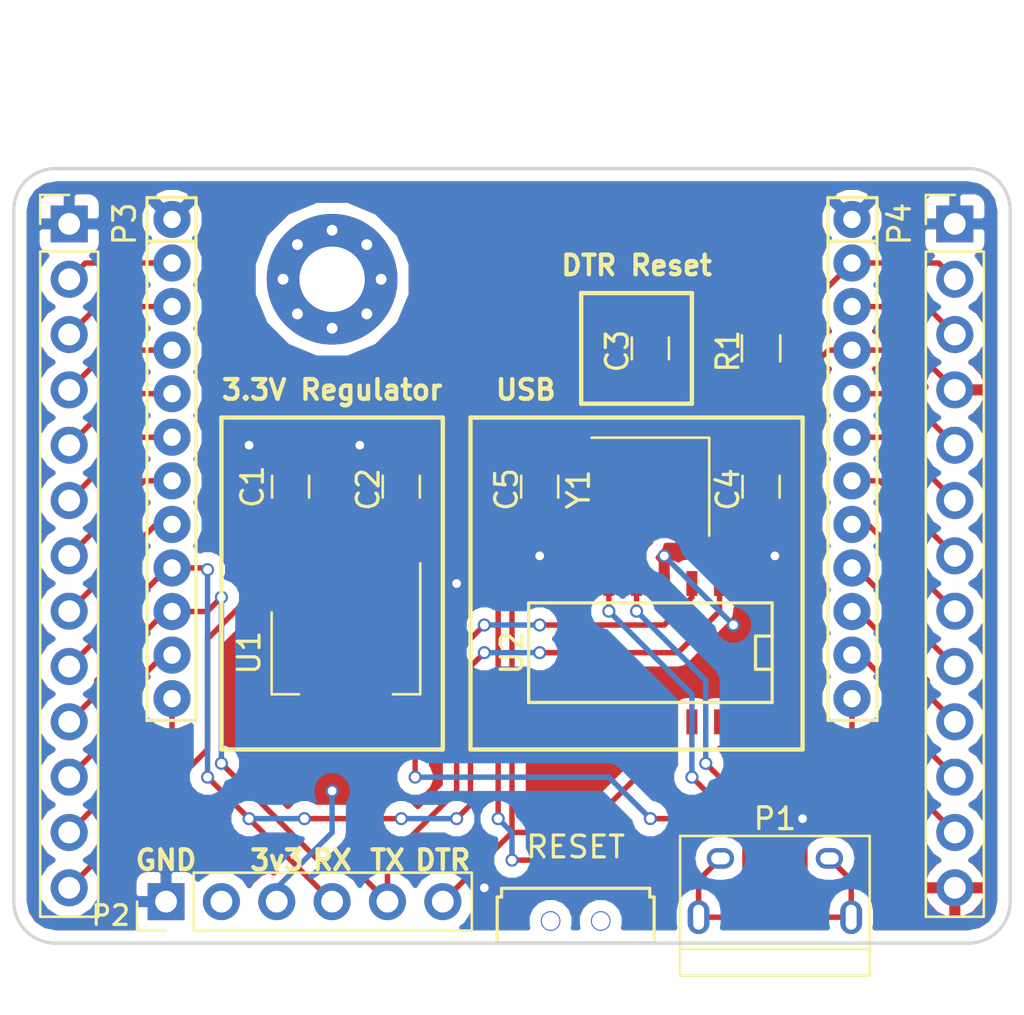
<source format=kicad_pcb>
(kicad_pcb (version 4) (host pcbnew 4.0.3-stable)

  (general
    (links 63)
    (no_connects 0)
    (area 125.654999 86.284999 171.525001 121.995001)
    (thickness 1.6)
    (drawings 28)
    (tracks 207)
    (zones 0)
    (modules 16)
    (nets 31)
  )

  (page A4)
  (layers
    (0 F.Cu signal)
    (31 B.Cu signal)
    (32 B.Adhes user)
    (33 F.Adhes user)
    (34 B.Paste user)
    (35 F.Paste user)
    (36 B.SilkS user)
    (37 F.SilkS user)
    (38 B.Mask user)
    (39 F.Mask user)
    (40 Dwgs.User user)
    (41 Cmts.User user)
    (42 Eco1.User user)
    (43 Eco2.User user)
    (44 Edge.Cuts user)
    (45 Margin user)
    (46 B.CrtYd user)
    (47 F.CrtYd user)
    (48 B.Fab user)
    (49 F.Fab user)
  )

  (setup
    (last_trace_width 0.25)
    (trace_clearance 0.2)
    (zone_clearance 0.508)
    (zone_45_only no)
    (trace_min 0.2)
    (segment_width 0.2)
    (edge_width 0.15)
    (via_size 0.6)
    (via_drill 0.4)
    (via_min_size 0.4)
    (via_min_drill 0.3)
    (uvia_size 0.3)
    (uvia_drill 0.1)
    (uvias_allowed no)
    (uvia_min_size 0.2)
    (uvia_min_drill 0.1)
    (pcb_text_width 0.3)
    (pcb_text_size 1.5 1.5)
    (mod_edge_width 0.15)
    (mod_text_size 1 1)
    (mod_text_width 0.15)
    (pad_size 1.524 1.524)
    (pad_drill 0.762)
    (pad_to_mask_clearance 0.2)
    (aux_axis_origin 0 0)
    (visible_elements 7FFFFFFF)
    (pcbplotparams
      (layerselection 0x00030_80000001)
      (usegerberextensions false)
      (excludeedgelayer true)
      (linewidth 0.100000)
      (plotframeref false)
      (viasonmask false)
      (mode 1)
      (useauxorigin false)
      (hpglpennumber 1)
      (hpglpenspeed 20)
      (hpglpendiameter 15)
      (hpglpenoverlay 2)
      (psnegative false)
      (psa4output false)
      (plotreference true)
      (plotvalue true)
      (plotinvisibletext false)
      (padsonsilk false)
      (subtractmaskfromsilk false)
      (outputformat 1)
      (mirror false)
      (drillshape 1)
      (scaleselection 1)
      (outputdirectory ""))
  )

  (net 0 "")
  (net 1 5V)
  (net 2 GND)
  (net 3 3V3)
  (net 4 SNAP_RST)
  (net 5 DTR)
  (net 6 XI)
  (net 7 XO)
  (net 8 "Net-(P1-Pad2)")
  (net 9 "Net-(P1-Pad3)")
  (net 10 "Net-(P1-Pad6)")
  (net 11 SNAP_RXD1)
  (net 12 SNAP_TXD1)
  (net 13 GPIO0)
  (net 14 GPIO1)
  (net 15 GPIO2)
  (net 16 GPIO3)
  (net 17 GPIO4)
  (net 18 GPIO5)
  (net 19 GPIO6)
  (net 20 GPIO9)
  (net 21 GPIO10)
  (net 22 GPIO19)
  (net 23 GPIO18)
  (net 24 GPIO17)
  (net 25 GPIO16)
  (net 26 GPIO15)
  (net 27 GPIO14)
  (net 28 GPIO13)
  (net 29 GPIO12)
  (net 30 GPIO11)

  (net_class Default "This is the default net class."
    (clearance 0.2)
    (trace_width 0.25)
    (via_dia 0.6)
    (via_drill 0.4)
    (uvia_dia 0.3)
    (uvia_drill 0.1)
    (add_net 3V3)
    (add_net 5V)
    (add_net DTR)
    (add_net GND)
    (add_net GPIO0)
    (add_net GPIO1)
    (add_net GPIO10)
    (add_net GPIO11)
    (add_net GPIO12)
    (add_net GPIO13)
    (add_net GPIO14)
    (add_net GPIO15)
    (add_net GPIO16)
    (add_net GPIO17)
    (add_net GPIO18)
    (add_net GPIO19)
    (add_net GPIO2)
    (add_net GPIO3)
    (add_net GPIO4)
    (add_net GPIO5)
    (add_net GPIO6)
    (add_net GPIO9)
    (add_net "Net-(P1-Pad2)")
    (add_net "Net-(P1-Pad3)")
    (add_net "Net-(P1-Pad6)")
    (add_net SNAP_RST)
    (add_net SNAP_RXD1)
    (add_net SNAP_TXD1)
    (add_net XI)
    (add_net XO)
  )

  (module Capacitors_SMD:C_0805_HandSoldering (layer F.Cu) (tedit 58AA84A8) (tstamp 59C4B90A)
    (at 138.43 100.965 90)
    (descr "Capacitor SMD 0805, hand soldering")
    (tags "capacitor 0805")
    (path /59C3BE38)
    (attr smd)
    (fp_text reference C1 (at 0 -1.75 90) (layer F.SilkS)
      (effects (font (size 1 1) (thickness 0.15)))
    )
    (fp_text value 10u (at 0 1.75 90) (layer F.Fab)
      (effects (font (size 1 1) (thickness 0.15)))
    )
    (fp_text user %R (at 0 -1.75 90) (layer F.Fab)
      (effects (font (size 1 1) (thickness 0.15)))
    )
    (fp_line (start -1 0.62) (end -1 -0.62) (layer F.Fab) (width 0.1))
    (fp_line (start 1 0.62) (end -1 0.62) (layer F.Fab) (width 0.1))
    (fp_line (start 1 -0.62) (end 1 0.62) (layer F.Fab) (width 0.1))
    (fp_line (start -1 -0.62) (end 1 -0.62) (layer F.Fab) (width 0.1))
    (fp_line (start 0.5 -0.85) (end -0.5 -0.85) (layer F.SilkS) (width 0.12))
    (fp_line (start -0.5 0.85) (end 0.5 0.85) (layer F.SilkS) (width 0.12))
    (fp_line (start -2.25 -0.88) (end 2.25 -0.88) (layer F.CrtYd) (width 0.05))
    (fp_line (start -2.25 -0.88) (end -2.25 0.87) (layer F.CrtYd) (width 0.05))
    (fp_line (start 2.25 0.87) (end 2.25 -0.88) (layer F.CrtYd) (width 0.05))
    (fp_line (start 2.25 0.87) (end -2.25 0.87) (layer F.CrtYd) (width 0.05))
    (pad 1 smd rect (at -1.25 0 90) (size 1.5 1.25) (layers F.Cu F.Paste F.Mask)
      (net 1 5V))
    (pad 2 smd rect (at 1.25 0 90) (size 1.5 1.25) (layers F.Cu F.Paste F.Mask)
      (net 2 GND))
    (model Capacitors_SMD.3dshapes/C_0805.wrl
      (at (xyz 0 0 0))
      (scale (xyz 1 1 1))
      (rotate (xyz 0 0 0))
    )
  )

  (module Capacitors_SMD:C_0805_HandSoldering (layer F.Cu) (tedit 59C7603C) (tstamp 59C4B910)
    (at 143.51 100.965 90)
    (descr "Capacitor SMD 0805, hand soldering")
    (tags "capacitor 0805")
    (path /59C3C5C1)
    (attr smd)
    (fp_text reference C2 (at -0.127 -1.524 90) (layer F.SilkS)
      (effects (font (size 1 1) (thickness 0.15)))
    )
    (fp_text value 10u (at 0 1.75 90) (layer F.Fab)
      (effects (font (size 1 1) (thickness 0.15)))
    )
    (fp_text user %R (at -0.127 -1.524 90) (layer F.Fab)
      (effects (font (size 1 1) (thickness 0.15)))
    )
    (fp_line (start -1 0.62) (end -1 -0.62) (layer F.Fab) (width 0.1))
    (fp_line (start 1 0.62) (end -1 0.62) (layer F.Fab) (width 0.1))
    (fp_line (start 1 -0.62) (end 1 0.62) (layer F.Fab) (width 0.1))
    (fp_line (start -1 -0.62) (end 1 -0.62) (layer F.Fab) (width 0.1))
    (fp_line (start 0.5 -0.85) (end -0.5 -0.85) (layer F.SilkS) (width 0.12))
    (fp_line (start -0.5 0.85) (end 0.5 0.85) (layer F.SilkS) (width 0.12))
    (fp_line (start -2.25 -0.88) (end 2.25 -0.88) (layer F.CrtYd) (width 0.05))
    (fp_line (start -2.25 -0.88) (end -2.25 0.87) (layer F.CrtYd) (width 0.05))
    (fp_line (start 2.25 0.87) (end 2.25 -0.88) (layer F.CrtYd) (width 0.05))
    (fp_line (start 2.25 0.87) (end -2.25 0.87) (layer F.CrtYd) (width 0.05))
    (pad 1 smd rect (at -1.25 0 90) (size 1.5 1.25) (layers F.Cu F.Paste F.Mask)
      (net 3 3V3))
    (pad 2 smd rect (at 1.25 0 90) (size 1.5 1.25) (layers F.Cu F.Paste F.Mask)
      (net 2 GND))
    (model Capacitors_SMD.3dshapes/C_0805.wrl
      (at (xyz 0 0 0))
      (scale (xyz 1 1 1))
      (rotate (xyz 0 0 0))
    )
  )

  (module Capacitors_SMD:C_0805_HandSoldering (layer F.Cu) (tedit 59C76035) (tstamp 59C4B916)
    (at 154.94 94.615 270)
    (descr "Capacitor SMD 0805, hand soldering")
    (tags "capacitor 0805")
    (path /59C39011)
    (attr smd)
    (fp_text reference C3 (at 0.127 1.524 270) (layer F.SilkS)
      (effects (font (size 1 1) (thickness 0.15)))
    )
    (fp_text value 0.1u (at 0 -1.905 270) (layer F.Fab)
      (effects (font (size 1 1) (thickness 0.15)))
    )
    (fp_text user %R (at 0.127 1.524 270) (layer F.Fab)
      (effects (font (size 1 1) (thickness 0.15)))
    )
    (fp_line (start -1 0.62) (end -1 -0.62) (layer F.Fab) (width 0.1))
    (fp_line (start 1 0.62) (end -1 0.62) (layer F.Fab) (width 0.1))
    (fp_line (start 1 -0.62) (end 1 0.62) (layer F.Fab) (width 0.1))
    (fp_line (start -1 -0.62) (end 1 -0.62) (layer F.Fab) (width 0.1))
    (fp_line (start 0.5 -0.85) (end -0.5 -0.85) (layer F.SilkS) (width 0.12))
    (fp_line (start -0.5 0.85) (end 0.5 0.85) (layer F.SilkS) (width 0.12))
    (fp_line (start -2.25 -0.88) (end 2.25 -0.88) (layer F.CrtYd) (width 0.05))
    (fp_line (start -2.25 -0.88) (end -2.25 0.87) (layer F.CrtYd) (width 0.05))
    (fp_line (start 2.25 0.87) (end 2.25 -0.88) (layer F.CrtYd) (width 0.05))
    (fp_line (start 2.25 0.87) (end -2.25 0.87) (layer F.CrtYd) (width 0.05))
    (pad 1 smd rect (at -1.25 0 270) (size 1.5 1.25) (layers F.Cu F.Paste F.Mask)
      (net 4 SNAP_RST))
    (pad 2 smd rect (at 1.25 0 270) (size 1.5 1.25) (layers F.Cu F.Paste F.Mask)
      (net 5 DTR))
    (model Capacitors_SMD.3dshapes/C_0805.wrl
      (at (xyz 0 0 0))
      (scale (xyz 1 1 1))
      (rotate (xyz 0 0 0))
    )
  )

  (module Capacitors_SMD:C_0805_HandSoldering (layer F.Cu) (tedit 59C7601F) (tstamp 59C4B91C)
    (at 160.02 100.965 270)
    (descr "Capacitor SMD 0805, hand soldering")
    (tags "capacitor 0805")
    (path /59C36C51)
    (attr smd)
    (fp_text reference C4 (at 0.127 1.524 270) (layer F.SilkS)
      (effects (font (size 1 1) (thickness 0.15)))
    )
    (fp_text value 22p (at 0 -1.27 270) (layer F.Fab)
      (effects (font (size 1 1) (thickness 0.15)))
    )
    (fp_text user %R (at 0.127 1.524 270) (layer F.Fab)
      (effects (font (size 1 1) (thickness 0.15)))
    )
    (fp_line (start -1 0.62) (end -1 -0.62) (layer F.Fab) (width 0.1))
    (fp_line (start 1 0.62) (end -1 0.62) (layer F.Fab) (width 0.1))
    (fp_line (start 1 -0.62) (end 1 0.62) (layer F.Fab) (width 0.1))
    (fp_line (start -1 -0.62) (end 1 -0.62) (layer F.Fab) (width 0.1))
    (fp_line (start 0.5 -0.85) (end -0.5 -0.85) (layer F.SilkS) (width 0.12))
    (fp_line (start -0.5 0.85) (end 0.5 0.85) (layer F.SilkS) (width 0.12))
    (fp_line (start -2.25 -0.88) (end 2.25 -0.88) (layer F.CrtYd) (width 0.05))
    (fp_line (start -2.25 -0.88) (end -2.25 0.87) (layer F.CrtYd) (width 0.05))
    (fp_line (start 2.25 0.87) (end 2.25 -0.88) (layer F.CrtYd) (width 0.05))
    (fp_line (start 2.25 0.87) (end -2.25 0.87) (layer F.CrtYd) (width 0.05))
    (pad 1 smd rect (at -1.25 0 270) (size 1.5 1.25) (layers F.Cu F.Paste F.Mask)
      (net 6 XI))
    (pad 2 smd rect (at 1.25 0 270) (size 1.5 1.25) (layers F.Cu F.Paste F.Mask)
      (net 2 GND))
    (model Capacitors_SMD.3dshapes/C_0805.wrl
      (at (xyz 0 0 0))
      (scale (xyz 1 1 1))
      (rotate (xyz 0 0 0))
    )
  )

  (module Capacitors_SMD:C_0805_HandSoldering (layer F.Cu) (tedit 59C76010) (tstamp 59C4B922)
    (at 149.86 100.965 270)
    (descr "Capacitor SMD 0805, hand soldering")
    (tags "capacitor 0805")
    (path /59C36EE2)
    (attr smd)
    (fp_text reference C5 (at 0.127 1.524 270) (layer F.SilkS)
      (effects (font (size 1 1) (thickness 0.15)))
    )
    (fp_text value 22p (at 0 -1.27 270) (layer F.Fab)
      (effects (font (size 1 1) (thickness 0.15)))
    )
    (fp_text user %R (at 0.127 1.524 270) (layer F.Fab)
      (effects (font (size 1 1) (thickness 0.15)))
    )
    (fp_line (start -1 0.62) (end -1 -0.62) (layer F.Fab) (width 0.1))
    (fp_line (start 1 0.62) (end -1 0.62) (layer F.Fab) (width 0.1))
    (fp_line (start 1 -0.62) (end 1 0.62) (layer F.Fab) (width 0.1))
    (fp_line (start -1 -0.62) (end 1 -0.62) (layer F.Fab) (width 0.1))
    (fp_line (start 0.5 -0.85) (end -0.5 -0.85) (layer F.SilkS) (width 0.12))
    (fp_line (start -0.5 0.85) (end 0.5 0.85) (layer F.SilkS) (width 0.12))
    (fp_line (start -2.25 -0.88) (end 2.25 -0.88) (layer F.CrtYd) (width 0.05))
    (fp_line (start -2.25 -0.88) (end -2.25 0.87) (layer F.CrtYd) (width 0.05))
    (fp_line (start 2.25 0.87) (end 2.25 -0.88) (layer F.CrtYd) (width 0.05))
    (fp_line (start 2.25 0.87) (end -2.25 0.87) (layer F.CrtYd) (width 0.05))
    (pad 1 smd rect (at -1.25 0 270) (size 1.5 1.25) (layers F.Cu F.Paste F.Mask)
      (net 7 XO))
    (pad 2 smd rect (at 1.25 0 270) (size 1.5 1.25) (layers F.Cu F.Paste F.Mask)
      (net 2 GND))
    (model Capacitors_SMD.3dshapes/C_0805.wrl
      (at (xyz 0 0 0))
      (scale (xyz 1 1 1))
      (rotate (xyz 0 0 0))
    )
  )

  (module Connect:USB_Micro-B (layer F.Cu) (tedit 59C75F96) (tstamp 59C4B92F)
    (at 160.655 119.38)
    (descr "Micro USB Type B Receptacle")
    (tags "USB USB_B USB_micro USB_OTG")
    (path /59C4F14C)
    (attr smd)
    (fp_text reference P1 (at 0 -3.175 180) (layer F.SilkS)
      (effects (font (size 1 1) (thickness 0.15)))
    )
    (fp_text value USB_OTG (at 0 5.01) (layer F.Fab)
      (effects (font (size 1 1) (thickness 0.15)))
    )
    (fp_line (start -4.6 -2.59) (end 4.6 -2.59) (layer F.CrtYd) (width 0.05))
    (fp_line (start 4.6 -2.59) (end 4.6 4.26) (layer F.CrtYd) (width 0.05))
    (fp_line (start 4.6 4.26) (end -4.6 4.26) (layer F.CrtYd) (width 0.05))
    (fp_line (start -4.6 4.26) (end -4.6 -2.59) (layer F.CrtYd) (width 0.05))
    (fp_line (start -4.35 4.03) (end 4.35 4.03) (layer F.SilkS) (width 0.12))
    (fp_line (start -4.35 -2.38) (end 4.35 -2.38) (layer F.SilkS) (width 0.12))
    (fp_line (start 4.35 -2.38) (end 4.35 4.03) (layer F.SilkS) (width 0.12))
    (fp_line (start 4.35 2.8) (end -4.35 2.8) (layer F.SilkS) (width 0.12))
    (fp_line (start -4.35 4.03) (end -4.35 -2.38) (layer F.SilkS) (width 0.12))
    (pad 1 smd rect (at -1.3 -1.35 90) (size 1.35 0.4) (layers F.Cu F.Paste F.Mask)
      (net 1 5V))
    (pad 2 smd rect (at -0.65 -1.35 90) (size 1.35 0.4) (layers F.Cu F.Paste F.Mask)
      (net 8 "Net-(P1-Pad2)"))
    (pad 3 smd rect (at 0 -1.35 90) (size 1.35 0.4) (layers F.Cu F.Paste F.Mask)
      (net 9 "Net-(P1-Pad3)"))
    (pad 4 smd rect (at 0.65 -1.35 90) (size 1.35 0.4) (layers F.Cu F.Paste F.Mask))
    (pad 5 smd rect (at 1.3 -1.35 90) (size 1.35 0.4) (layers F.Cu F.Paste F.Mask)
      (net 2 GND))
    (pad 6 thru_hole oval (at -2.5 -1.35 90) (size 0.95 1.25) (drill oval 0.55 0.85) (layers *.Cu *.Mask)
      (net 10 "Net-(P1-Pad6)"))
    (pad 6 thru_hole oval (at 2.5 -1.35 90) (size 0.95 1.25) (drill oval 0.55 0.85) (layers *.Cu *.Mask)
      (net 10 "Net-(P1-Pad6)"))
    (pad 6 thru_hole oval (at -3.5 1.35 90) (size 1.55 1) (drill oval 1.15 0.5) (layers *.Cu *.Mask)
      (net 10 "Net-(P1-Pad6)"))
    (pad 6 thru_hole oval (at 3.5 1.35 90) (size 1.55 1) (drill oval 1.15 0.5) (layers *.Cu *.Mask)
      (net 10 "Net-(P1-Pad6)"))
  )

  (module Pin_Headers:Pin_Header_Straight_1x06_Pitch2.54mm (layer F.Cu) (tedit 59C76B70) (tstamp 59C4B939)
    (at 132.715 120.015 90)
    (descr "Through hole straight pin header, 1x06, 2.54mm pitch, single row")
    (tags "Through hole pin header THT 1x06 2.54mm single row")
    (path /59C4AFE2)
    (fp_text reference P2 (at -0.635 -2.54 180) (layer F.SilkS)
      (effects (font (size 0.9 0.9) (thickness 0.15)))
    )
    (fp_text value CONN_01X06 (at -3.175 7.62 180) (layer F.Fab)
      (effects (font (size 1 1) (thickness 0.15)))
    )
    (fp_line (start -0.635 -1.27) (end 1.27 -1.27) (layer F.Fab) (width 0.1))
    (fp_line (start 1.27 -1.27) (end 1.27 13.97) (layer F.Fab) (width 0.1))
    (fp_line (start 1.27 13.97) (end -1.27 13.97) (layer F.Fab) (width 0.1))
    (fp_line (start -1.27 13.97) (end -1.27 -0.635) (layer F.Fab) (width 0.1))
    (fp_line (start -1.27 -0.635) (end -0.635 -1.27) (layer F.Fab) (width 0.1))
    (fp_line (start -1.33 14.03) (end 1.33 14.03) (layer F.SilkS) (width 0.12))
    (fp_line (start -1.33 1.27) (end -1.33 14.03) (layer F.SilkS) (width 0.12))
    (fp_line (start 1.33 1.27) (end 1.33 14.03) (layer F.SilkS) (width 0.12))
    (fp_line (start -1.33 1.27) (end 1.33 1.27) (layer F.SilkS) (width 0.12))
    (fp_line (start -1.33 0) (end -1.33 -1.33) (layer F.SilkS) (width 0.12))
    (fp_line (start -1.33 -1.33) (end 0 -1.33) (layer F.SilkS) (width 0.12))
    (fp_line (start -1.8 -1.8) (end -1.8 14.5) (layer F.CrtYd) (width 0.05))
    (fp_line (start -1.8 14.5) (end 1.8 14.5) (layer F.CrtYd) (width 0.05))
    (fp_line (start 1.8 14.5) (end 1.8 -1.8) (layer F.CrtYd) (width 0.05))
    (fp_line (start 1.8 -1.8) (end -1.8 -1.8) (layer F.CrtYd) (width 0.05))
    (fp_text user %R (at 0 6.35 180) (layer F.Fab)
      (effects (font (size 1 1) (thickness 0.15)))
    )
    (pad 1 thru_hole rect (at 0 0 90) (size 1.7 1.7) (drill 1) (layers *.Cu *.Mask)
      (net 2 GND))
    (pad 2 thru_hole oval (at 0 2.54 90) (size 1.7 1.7) (drill 1) (layers *.Cu *.Mask))
    (pad 3 thru_hole oval (at 0 5.08 90) (size 1.7 1.7) (drill 1) (layers *.Cu *.Mask)
      (net 3 3V3))
    (pad 4 thru_hole oval (at 0 7.62 90) (size 1.7 1.7) (drill 1) (layers *.Cu *.Mask)
      (net 11 SNAP_RXD1))
    (pad 5 thru_hole oval (at 0 10.16 90) (size 1.7 1.7) (drill 1) (layers *.Cu *.Mask)
      (net 12 SNAP_TXD1))
    (pad 6 thru_hole oval (at 0 12.7 90) (size 1.7 1.7) (drill 1) (layers *.Cu *.Mask)
      (net 5 DTR))
    (model ${KISYS3DMOD}/Pin_Headers.3dshapes/Pin_Header_Straight_1x06_Pitch2.54mm.wrl
      (at (xyz 0 0 0))
      (scale (xyz 1 1 1))
      (rotate (xyz 0 0 0))
    )
  )

  (module Pin_Headers:Pin_Header_Straight_1x13_Pitch2.54mm (layer F.Cu) (tedit 59C76890) (tstamp 59C4B94A)
    (at 128.27 88.9)
    (descr "Through hole straight pin header, 1x13, 2.54mm pitch, single row")
    (tags "Through hole pin header THT 1x13 2.54mm single row")
    (path /59C3ADB8)
    (fp_text reference P3 (at 2.54 0 270) (layer F.SilkS)
      (effects (font (size 1 1) (thickness 0.15)))
    )
    (fp_text value CONN_01X13 (at -1.905 17.78 90) (layer F.Fab)
      (effects (font (size 1 1) (thickness 0.15)))
    )
    (fp_line (start -0.635 -1.27) (end 1.27 -1.27) (layer F.Fab) (width 0.1))
    (fp_line (start 1.27 -1.27) (end 1.27 31.75) (layer F.Fab) (width 0.1))
    (fp_line (start 1.27 31.75) (end -1.27 31.75) (layer F.Fab) (width 0.1))
    (fp_line (start -1.27 31.75) (end -1.27 -0.635) (layer F.Fab) (width 0.1))
    (fp_line (start -1.27 -0.635) (end -0.635 -1.27) (layer F.Fab) (width 0.1))
    (fp_line (start -1.33 31.81) (end 1.33 31.81) (layer F.SilkS) (width 0.12))
    (fp_line (start -1.33 1.27) (end -1.33 31.81) (layer F.SilkS) (width 0.12))
    (fp_line (start 1.33 1.27) (end 1.33 31.81) (layer F.SilkS) (width 0.12))
    (fp_line (start -1.33 1.27) (end 1.33 1.27) (layer F.SilkS) (width 0.12))
    (fp_line (start -1.33 0) (end -1.33 -1.33) (layer F.SilkS) (width 0.12))
    (fp_line (start -1.33 -1.33) (end 0 -1.33) (layer F.SilkS) (width 0.12))
    (fp_line (start -1.8 -1.8) (end -1.8 32.25) (layer F.CrtYd) (width 0.05))
    (fp_line (start -1.8 32.25) (end 1.8 32.25) (layer F.CrtYd) (width 0.05))
    (fp_line (start 1.8 32.25) (end 1.8 -1.8) (layer F.CrtYd) (width 0.05))
    (fp_line (start 1.8 -1.8) (end -1.8 -1.8) (layer F.CrtYd) (width 0.05))
    (fp_text user %R (at 0 15.24 90) (layer F.Fab)
      (effects (font (size 1 1) (thickness 0.15)))
    )
    (pad 1 thru_hole rect (at 0 0) (size 1.7 1.7) (drill 1) (layers *.Cu *.Mask)
      (net 2 GND))
    (pad 2 thru_hole oval (at 0 2.54) (size 1.7 1.7) (drill 1) (layers *.Cu *.Mask)
      (net 13 GPIO0))
    (pad 3 thru_hole oval (at 0 5.08) (size 1.7 1.7) (drill 1) (layers *.Cu *.Mask)
      (net 14 GPIO1))
    (pad 4 thru_hole oval (at 0 7.62) (size 1.7 1.7) (drill 1) (layers *.Cu *.Mask)
      (net 15 GPIO2))
    (pad 5 thru_hole oval (at 0 10.16) (size 1.7 1.7) (drill 1) (layers *.Cu *.Mask)
      (net 16 GPIO3))
    (pad 6 thru_hole oval (at 0 12.7) (size 1.7 1.7) (drill 1) (layers *.Cu *.Mask)
      (net 17 GPIO4))
    (pad 7 thru_hole oval (at 0 15.24) (size 1.7 1.7) (drill 1) (layers *.Cu *.Mask)
      (net 18 GPIO5))
    (pad 8 thru_hole oval (at 0 17.78) (size 1.7 1.7) (drill 1) (layers *.Cu *.Mask)
      (net 19 GPIO6))
    (pad 9 thru_hole oval (at 0 20.32) (size 1.7 1.7) (drill 1) (layers *.Cu *.Mask)
      (net 11 SNAP_RXD1))
    (pad 10 thru_hole oval (at 0 22.86) (size 1.7 1.7) (drill 1) (layers *.Cu *.Mask)
      (net 12 SNAP_TXD1))
    (pad 11 thru_hole oval (at 0 25.4) (size 1.7 1.7) (drill 1) (layers *.Cu *.Mask)
      (net 20 GPIO9))
    (pad 12 thru_hole oval (at 0 27.94) (size 1.7 1.7) (drill 1) (layers *.Cu *.Mask)
      (net 21 GPIO10))
    (pad 13 thru_hole oval (at 0 30.48) (size 1.7 1.7) (drill 1) (layers *.Cu *.Mask)
      (net 1 5V))
    (model ${KISYS3DMOD}/Pin_Headers.3dshapes/Pin_Header_Straight_1x13_Pitch2.54mm.wrl
      (at (xyz 0 0 0))
      (scale (xyz 1 1 1))
      (rotate (xyz 0 0 0))
    )
  )

  (module Pin_Headers:Pin_Header_Straight_1x13_Pitch2.54mm (layer F.Cu) (tedit 59C60E3E) (tstamp 59C4B95B)
    (at 168.91 88.9)
    (descr "Through hole straight pin header, 1x13, 2.54mm pitch, single row")
    (tags "Through hole pin header THT 1x13 2.54mm single row")
    (path /59C3AE29)
    (fp_text reference P4 (at -2.54 0 90) (layer F.SilkS)
      (effects (font (size 1 1) (thickness 0.15)))
    )
    (fp_text value CONN_01X13 (at 1.905 17.145 90) (layer F.Fab)
      (effects (font (size 1 1) (thickness 0.15)))
    )
    (fp_line (start -0.635 -1.27) (end 1.27 -1.27) (layer F.Fab) (width 0.1))
    (fp_line (start 1.27 -1.27) (end 1.27 31.75) (layer F.Fab) (width 0.1))
    (fp_line (start 1.27 31.75) (end -1.27 31.75) (layer F.Fab) (width 0.1))
    (fp_line (start -1.27 31.75) (end -1.27 -0.635) (layer F.Fab) (width 0.1))
    (fp_line (start -1.27 -0.635) (end -0.635 -1.27) (layer F.Fab) (width 0.1))
    (fp_line (start -1.33 31.81) (end 1.33 31.81) (layer F.SilkS) (width 0.12))
    (fp_line (start -1.33 1.27) (end -1.33 31.81) (layer F.SilkS) (width 0.12))
    (fp_line (start 1.33 1.27) (end 1.33 31.81) (layer F.SilkS) (width 0.12))
    (fp_line (start -1.33 1.27) (end 1.33 1.27) (layer F.SilkS) (width 0.12))
    (fp_line (start -1.33 0) (end -1.33 -1.33) (layer F.SilkS) (width 0.12))
    (fp_line (start -1.33 -1.33) (end 0 -1.33) (layer F.SilkS) (width 0.12))
    (fp_line (start -1.8 -1.8) (end -1.8 32.25) (layer F.CrtYd) (width 0.05))
    (fp_line (start -1.8 32.25) (end 1.8 32.25) (layer F.CrtYd) (width 0.05))
    (fp_line (start 1.8 32.25) (end 1.8 -1.8) (layer F.CrtYd) (width 0.05))
    (fp_line (start 1.8 -1.8) (end -1.8 -1.8) (layer F.CrtYd) (width 0.05))
    (fp_text user %R (at 0 15.24 90) (layer F.Fab)
      (effects (font (size 1 1) (thickness 0.15)))
    )
    (pad 1 thru_hole rect (at 0 0) (size 1.7 1.7) (drill 1) (layers *.Cu *.Mask)
      (net 2 GND))
    (pad 2 thru_hole oval (at 0 2.54) (size 1.7 1.7) (drill 1) (layers *.Cu *.Mask)
      (net 4 SNAP_RST))
    (pad 3 thru_hole oval (at 0 5.08) (size 1.7 1.7) (drill 1) (layers *.Cu *.Mask)
      (net 22 GPIO19))
    (pad 4 thru_hole oval (at 0 7.62) (size 1.7 1.7) (drill 1) (layers *.Cu *.Mask)
      (net 3 3V3))
    (pad 5 thru_hole oval (at 0 10.16) (size 1.7 1.7) (drill 1) (layers *.Cu *.Mask)
      (net 23 GPIO18))
    (pad 6 thru_hole oval (at 0 12.7) (size 1.7 1.7) (drill 1) (layers *.Cu *.Mask)
      (net 24 GPIO17))
    (pad 7 thru_hole oval (at 0 15.24) (size 1.7 1.7) (drill 1) (layers *.Cu *.Mask)
      (net 25 GPIO16))
    (pad 8 thru_hole oval (at 0 17.78) (size 1.7 1.7) (drill 1) (layers *.Cu *.Mask)
      (net 26 GPIO15))
    (pad 9 thru_hole oval (at 0 20.32) (size 1.7 1.7) (drill 1) (layers *.Cu *.Mask)
      (net 27 GPIO14))
    (pad 10 thru_hole oval (at 0 22.86) (size 1.7 1.7) (drill 1) (layers *.Cu *.Mask)
      (net 28 GPIO13))
    (pad 11 thru_hole oval (at 0 25.4) (size 1.7 1.7) (drill 1) (layers *.Cu *.Mask)
      (net 29 GPIO12))
    (pad 12 thru_hole oval (at 0 27.94) (size 1.7 1.7) (drill 1) (layers *.Cu *.Mask)
      (net 30 GPIO11))
    (pad 13 thru_hole oval (at 0 30.48) (size 1.7 1.7) (drill 1) (layers *.Cu *.Mask)
      (net 3 3V3))
    (model ${KISYS3DMOD}/Pin_Headers.3dshapes/Pin_Header_Straight_1x13_Pitch2.54mm.wrl
      (at (xyz 0 0 0))
      (scale (xyz 1 1 1))
      (rotate (xyz 0 0 0))
    )
  )

  (module Resistors_SMD:R_0805_HandSoldering (layer F.Cu) (tedit 59C7603F) (tstamp 59C4B961)
    (at 160.02 94.615 90)
    (descr "Resistor SMD 0805, hand soldering")
    (tags "resistor 0805")
    (path /59C39813)
    (attr smd)
    (fp_text reference R1 (at -0.127 -1.524 90) (layer F.SilkS)
      (effects (font (size 1 1) (thickness 0.15)))
    )
    (fp_text value 10k (at 0 1.75 90) (layer F.Fab)
      (effects (font (size 1 1) (thickness 0.15)))
    )
    (fp_text user %R (at 0 0 90) (layer F.Fab)
      (effects (font (size 0.5 0.5) (thickness 0.075)))
    )
    (fp_line (start -1 0.62) (end -1 -0.62) (layer F.Fab) (width 0.1))
    (fp_line (start 1 0.62) (end -1 0.62) (layer F.Fab) (width 0.1))
    (fp_line (start 1 -0.62) (end 1 0.62) (layer F.Fab) (width 0.1))
    (fp_line (start -1 -0.62) (end 1 -0.62) (layer F.Fab) (width 0.1))
    (fp_line (start 0.6 0.88) (end -0.6 0.88) (layer F.SilkS) (width 0.12))
    (fp_line (start -0.6 -0.88) (end 0.6 -0.88) (layer F.SilkS) (width 0.12))
    (fp_line (start -2.35 -0.9) (end 2.35 -0.9) (layer F.CrtYd) (width 0.05))
    (fp_line (start -2.35 -0.9) (end -2.35 0.9) (layer F.CrtYd) (width 0.05))
    (fp_line (start 2.35 0.9) (end 2.35 -0.9) (layer F.CrtYd) (width 0.05))
    (fp_line (start 2.35 0.9) (end -2.35 0.9) (layer F.CrtYd) (width 0.05))
    (pad 1 smd rect (at -1.35 0 90) (size 1.5 1.3) (layers F.Cu F.Paste F.Mask)
      (net 3 3V3))
    (pad 2 smd rect (at 1.35 0 90) (size 1.5 1.3) (layers F.Cu F.Paste F.Mask)
      (net 4 SNAP_RST))
    (model ${KISYS3DMOD}/Resistors_SMD.3dshapes/R_0805.wrl
      (at (xyz 0 0 0))
      (scale (xyz 1 1 1))
      (rotate (xyz 0 0 0))
    )
  )

  (module TO_SOT_Packages_SMD:SOT-223 (layer F.Cu) (tedit 59C75FA9) (tstamp 59C4B969)
    (at 140.97 108.585 270)
    (descr "module CMS SOT223 4 pins")
    (tags "CMS SOT")
    (path /59C36518)
    (attr smd)
    (fp_text reference U1 (at 0 4.445 270) (layer F.SilkS)
      (effects (font (size 1 1) (thickness 0.15)))
    )
    (fp_text value AMS1117-3.3 (at 0 4.5 270) (layer F.Fab)
      (effects (font (size 1 1) (thickness 0.15)))
    )
    (fp_text user %R (at 0 0 360) (layer F.Fab)
      (effects (font (size 0.8 0.8) (thickness 0.12)))
    )
    (fp_line (start -1.85 -2.3) (end -0.8 -3.35) (layer F.Fab) (width 0.1))
    (fp_line (start 1.91 3.41) (end 1.91 2.15) (layer F.SilkS) (width 0.12))
    (fp_line (start 1.91 -3.41) (end 1.91 -2.15) (layer F.SilkS) (width 0.12))
    (fp_line (start 4.4 -3.6) (end -4.4 -3.6) (layer F.CrtYd) (width 0.05))
    (fp_line (start 4.4 3.6) (end 4.4 -3.6) (layer F.CrtYd) (width 0.05))
    (fp_line (start -4.4 3.6) (end 4.4 3.6) (layer F.CrtYd) (width 0.05))
    (fp_line (start -4.4 -3.6) (end -4.4 3.6) (layer F.CrtYd) (width 0.05))
    (fp_line (start -1.85 -2.3) (end -1.85 3.35) (layer F.Fab) (width 0.1))
    (fp_line (start -1.85 3.41) (end 1.91 3.41) (layer F.SilkS) (width 0.12))
    (fp_line (start -0.8 -3.35) (end 1.85 -3.35) (layer F.Fab) (width 0.1))
    (fp_line (start -4.1 -3.41) (end 1.91 -3.41) (layer F.SilkS) (width 0.12))
    (fp_line (start -1.85 3.35) (end 1.85 3.35) (layer F.Fab) (width 0.1))
    (fp_line (start 1.85 -3.35) (end 1.85 3.35) (layer F.Fab) (width 0.1))
    (pad 4 smd rect (at 3.15 0 270) (size 2 3.8) (layers F.Cu F.Paste F.Mask)
      (net 3 3V3))
    (pad 2 smd rect (at -3.15 0 270) (size 2 1.5) (layers F.Cu F.Paste F.Mask)
      (net 3 3V3))
    (pad 3 smd rect (at -3.15 2.3 270) (size 2 1.5) (layers F.Cu F.Paste F.Mask)
      (net 1 5V))
    (pad 1 smd rect (at -3.15 -2.3 270) (size 2 1.5) (layers F.Cu F.Paste F.Mask)
      (net 2 GND))
    (model ${KISYS3DMOD}/TO_SOT_Packages_SMD.3dshapes/SOT-223.wrl
      (at (xyz 0 0 0))
      (scale (xyz 1 1 1))
      (rotate (xyz 0 0 0))
    )
  )

  (module SMD_Packages:SO-16-N (layer F.Cu) (tedit 59C75FEE) (tstamp 59C4B97D)
    (at 154.94 108.585 180)
    (descr "Module CMS SOJ 16 pins large")
    (tags "CMS SOJ")
    (path /59C35380)
    (attr smd)
    (fp_text reference U2 (at 6.35 0 270) (layer F.SilkS)
      (effects (font (size 1 1) (thickness 0.15)))
    )
    (fp_text value CH340G (at 0 1.27 180) (layer F.Fab)
      (effects (font (size 1 1) (thickness 0.15)))
    )
    (fp_line (start -5.588 -0.762) (end -4.826 -0.762) (layer F.SilkS) (width 0.15))
    (fp_line (start -4.826 -0.762) (end -4.826 0.762) (layer F.SilkS) (width 0.15))
    (fp_line (start -4.826 0.762) (end -5.588 0.762) (layer F.SilkS) (width 0.15))
    (fp_line (start 5.588 -2.286) (end 5.588 2.286) (layer F.SilkS) (width 0.15))
    (fp_line (start 5.588 2.286) (end -5.588 2.286) (layer F.SilkS) (width 0.15))
    (fp_line (start -5.588 2.286) (end -5.588 -2.286) (layer F.SilkS) (width 0.15))
    (fp_line (start -5.588 -2.286) (end 5.588 -2.286) (layer F.SilkS) (width 0.15))
    (pad 16 smd rect (at -4.445 -3.175 180) (size 0.508 1.143) (layers F.Cu F.Paste F.Mask)
      (net 3 3V3))
    (pad 14 smd rect (at -1.905 -3.175 180) (size 0.508 1.143) (layers F.Cu F.Paste F.Mask))
    (pad 13 smd rect (at -0.635 -3.175 180) (size 0.508 1.143) (layers F.Cu F.Paste F.Mask)
      (net 5 DTR))
    (pad 12 smd rect (at 0.635 -3.175 180) (size 0.508 1.143) (layers F.Cu F.Paste F.Mask))
    (pad 11 smd rect (at 1.905 -3.175 180) (size 0.508 1.143) (layers F.Cu F.Paste F.Mask))
    (pad 10 smd rect (at 3.175 -3.175 180) (size 0.508 1.143) (layers F.Cu F.Paste F.Mask))
    (pad 9 smd rect (at 4.445 -3.175 180) (size 0.508 1.143) (layers F.Cu F.Paste F.Mask))
    (pad 8 smd rect (at 4.445 3.175 180) (size 0.508 1.143) (layers F.Cu F.Paste F.Mask)
      (net 7 XO))
    (pad 7 smd rect (at 3.175 3.175 180) (size 0.508 1.143) (layers F.Cu F.Paste F.Mask)
      (net 6 XI))
    (pad 6 smd rect (at 1.905 3.175 180) (size 0.508 1.143) (layers F.Cu F.Paste F.Mask)
      (net 8 "Net-(P1-Pad2)"))
    (pad 5 smd rect (at 0.635 3.175 180) (size 0.508 1.143) (layers F.Cu F.Paste F.Mask)
      (net 9 "Net-(P1-Pad3)"))
    (pad 4 smd rect (at -0.635 3.175 180) (size 0.508 1.143) (layers F.Cu F.Paste F.Mask)
      (net 3 3V3))
    (pad 3 smd rect (at -1.905 3.175 180) (size 0.508 1.143) (layers F.Cu F.Paste F.Mask)
      (net 12 SNAP_TXD1))
    (pad 2 smd rect (at -3.175 3.175 180) (size 0.508 1.143) (layers F.Cu F.Paste F.Mask)
      (net 11 SNAP_RXD1))
    (pad 1 smd rect (at -4.445 3.175 180) (size 0.508 1.143) (layers F.Cu F.Paste F.Mask)
      (net 2 GND))
    (pad 15 smd rect (at -3.175 -3.175 180) (size 0.508 1.143) (layers F.Cu F.Paste F.Mask))
    (model SMD_Packages.3dshapes/SO-16-N.wrl
      (at (xyz 0 0 0))
      (scale (xyz 0.5 0.4 0.5))
      (rotate (xyz 0 0 0))
    )
  )

  (module Crystals:Crystal_SMD_3225-4pin_3.2x2.5mm_HandSoldering (layer F.Cu) (tedit 59C76015) (tstamp 59C4B9A1)
    (at 154.94 100.965 180)
    (descr "SMD Crystal SERIES SMD3225/4 http://www.txccrystal.com/images/pdf/7m-accuracy.pdf, hand-soldering, 3.2x2.5mm^2 package")
    (tags "SMD SMT crystal hand-soldering")
    (path /59C50040)
    (attr smd)
    (fp_text reference Y1 (at 3.302 -0.127 270) (layer F.SilkS)
      (effects (font (size 1 1) (thickness 0.15)))
    )
    (fp_text value 12MHz (at 0 3.05 180) (layer F.Fab)
      (effects (font (size 1 1) (thickness 0.15)))
    )
    (fp_text user %R (at 0 0 180) (layer F.Fab)
      (effects (font (size 0.7 0.7) (thickness 0.105)))
    )
    (fp_line (start -1.6 -1.25) (end -1.6 1.25) (layer F.Fab) (width 0.1))
    (fp_line (start -1.6 1.25) (end 1.6 1.25) (layer F.Fab) (width 0.1))
    (fp_line (start 1.6 1.25) (end 1.6 -1.25) (layer F.Fab) (width 0.1))
    (fp_line (start 1.6 -1.25) (end -1.6 -1.25) (layer F.Fab) (width 0.1))
    (fp_line (start -1.6 0.25) (end -0.6 1.25) (layer F.Fab) (width 0.1))
    (fp_line (start -2.7 -2.25) (end -2.7 2.25) (layer F.SilkS) (width 0.12))
    (fp_line (start -2.7 2.25) (end 2.7 2.25) (layer F.SilkS) (width 0.12))
    (fp_line (start -2.8 -2.3) (end -2.8 2.3) (layer F.CrtYd) (width 0.05))
    (fp_line (start -2.8 2.3) (end 2.8 2.3) (layer F.CrtYd) (width 0.05))
    (fp_line (start 2.8 2.3) (end 2.8 -2.3) (layer F.CrtYd) (width 0.05))
    (fp_line (start 2.8 -2.3) (end -2.8 -2.3) (layer F.CrtYd) (width 0.05))
    (pad 1 smd rect (at -1.45 1.15 180) (size 2.1 1.8) (layers F.Cu F.Paste F.Mask)
      (net 6 XI))
    (pad 2 smd rect (at 1.45 1.15 180) (size 2.1 1.8) (layers F.Cu F.Paste F.Mask))
    (pad 3 smd rect (at 1.45 -1.15 180) (size 2.1 1.8) (layers F.Cu F.Paste F.Mask)
      (net 7 XO))
    (pad 4 smd rect (at -1.45 -1.15 180) (size 2.1 1.8) (layers F.Cu F.Paste F.Mask))
    (model ${KISYS3DMOD}/Crystals.3dshapes/Crystal_SMD_3225-4pin_3.2x2.5mm_HandSoldering.wrl
      (at (xyz 0 0 0))
      (scale (xyz 1 1 1))
      (rotate (xyz 0 0 0))
    )
  )

  (module CrumpPrints:3x6x3.5mm_side_pushbutton_smd (layer F.Cu) (tedit 59C76ADC) (tstamp 59C60E18)
    (at 151.511 120.904 180)
    (path /59C39D4B)
    (fp_text reference RESET (at 0 3.4 180) (layer F.SilkS)
      (effects (font (size 1 1) (thickness 0.15)))
    )
    (fp_text value RESET_SW (at 0 -3.2 180) (layer F.Fab)
      (effects (font (size 1 1) (thickness 0.15)))
    )
    (fp_line (start -3.6 -1) (end -3.6 1.1) (layer F.SilkS) (width 0.15))
    (fp_line (start -3.6 1.1) (end -3.4 1.1) (layer F.SilkS) (width 0.15))
    (fp_line (start -3.4 1.1) (end -3.4 1.5) (layer F.SilkS) (width 0.15))
    (fp_line (start -3.4 1.5) (end 3.4 1.5) (layer F.SilkS) (width 0.15))
    (fp_line (start 3.4 1.5) (end 3.4 1.1) (layer F.SilkS) (width 0.15))
    (fp_line (start 3.4 1.1) (end 3.6 1.1) (layer F.SilkS) (width 0.15))
    (fp_line (start 3.6 1.1) (end 3.6 -1) (layer F.SilkS) (width 0.15))
    (fp_line (start 3.6 -1) (end -3.6 -1) (layer F.SilkS) (width 0.15))
    (fp_line (start 1.5 -1) (end 1.5 -2) (layer F.Fab) (width 0.15))
    (fp_line (start 1.5 -2) (end -1.5 -2) (layer F.Fab) (width 0.15))
    (fp_line (start -1.5 -2) (end -1.5 -1) (layer F.Fab) (width 0.15))
    (fp_line (start -3.4 1.5) (end 3.4 1.5) (layer F.Fab) (width 0.15))
    (fp_line (start 3.6 -1) (end 3.6 1.1) (layer F.Fab) (width 0.15))
    (fp_line (start 3.6 1.1) (end 3.4 1.1) (layer F.Fab) (width 0.15))
    (fp_line (start 3.4 1.1) (end 3.4 1.5) (layer F.Fab) (width 0.15))
    (fp_line (start -3.6 -1) (end -3.6 1.1) (layer F.Fab) (width 0.15))
    (fp_line (start -3.6 1.1) (end -3.4 1.1) (layer F.Fab) (width 0.15))
    (fp_line (start -3.4 1.1) (end -3.4 1.5) (layer F.Fab) (width 0.15))
    (fp_line (start 3.9 -1) (end 3.9 -0.2) (layer F.Fab) (width 0.15))
    (fp_line (start -3.9 -1) (end -3.9 -0.2) (layer F.Fab) (width 0.15))
    (fp_line (start -3.9 -1) (end 3.9 -1) (layer F.Fab) (width 0.15))
    (pad 2 smd rect (at 2.1 1.4 180) (size 0.8 0.9) (layers F.Cu F.Paste F.Mask)
      (net 2 GND))
    (pad "" np_thru_hole circle (at 1.15 0 180) (size 0.9 0.9) (drill 0.8) (layers *.Cu *.Mask))
    (pad "" np_thru_hole circle (at -1.15 0 180) (size 0.9 0.9) (drill 0.8) (layers *.Cu *.Mask))
    (pad 1 smd rect (at -2.1 1.4 180) (size 0.8 0.9) (layers F.Cu F.Paste F.Mask)
      (net 4 SNAP_RST))
  )

  (module CrumpPrints:RF200 locked (layer F.Cu) (tedit 59C76866) (tstamp 59C76B69)
    (at 148.59 99.695)
    (path /59C37A6F)
    (fp_text reference U3 (at -0.000001 -23) (layer F.SilkS) hide
      (effects (font (size 1.5 1.5) (thickness 0.15)))
    )
    (fp_text value RF200 (at -0.000001 15) (layer F.Fab)
      (effects (font (size 1.5 1.5) (thickness 0.15)))
    )
    (fp_line (start 18 -17) (end 18 -13) (layer F.Fab) (width 0.15))
    (fp_line (start -18 -17) (end -18 -13) (layer F.Fab) (width 0.15))
    (fp_line (start 14.5 -10) (end 16.75 -10) (layer F.SilkS) (width 0.15))
    (fp_line (start 14.5 -12) (end 16.75 -12) (layer F.SilkS) (width 0.15))
    (fp_line (start 16.75 -12) (end 16.75 12) (layer F.SilkS) (width 0.15))
    (fp_line (start 16.75 12) (end 14.5 12) (layer F.SilkS) (width 0.15))
    (fp_line (start 14.5 12) (end 14.5 -12) (layer F.SilkS) (width 0.15))
    (fp_line (start -16.75 -10) (end -14.5 -10) (layer F.SilkS) (width 0.15))
    (fp_line (start -16.75 -12) (end -14.5 -12) (layer F.SilkS) (width 0.15))
    (fp_line (start -14.5 -12) (end -14.5 12) (layer F.SilkS) (width 0.15))
    (fp_line (start -14.5 12) (end -16.75 12) (layer F.SilkS) (width 0.15))
    (fp_line (start -16.75 12) (end -16.75 -12) (layer F.SilkS) (width 0.15))
    (fp_line (start -18.000001 -15) (end 17.999999 -15) (layer F.Fab) (width 0.15))
    (fp_line (start 17.999999 -17) (end -18.000001 -17) (layer F.Fab) (width 0.15))
    (fp_line (start -14.000001 -21) (end 13.999999 -21) (layer F.Fab) (width 0.15))
    (fp_arc (start 13.999999 -17) (end 13.999999 -21) (angle 90) (layer F.Fab) (width 0.15))
    (fp_arc (start -14.000001 -17) (end -18.000001 -17) (angle 90) (layer F.Fab) (width 0.15))
    (fp_line (start 17.999999 13) (end 17.999999 -13) (layer F.Fab) (width 0.15))
    (fp_line (start 17.999999 -13) (end -18.000001 -13) (layer F.Fab) (width 0.15))
    (fp_line (start -18.000001 -13) (end -18.000001 13) (layer F.Fab) (width 0.15))
    (fp_line (start -18.000001 13) (end 17.999999 13) (layer F.Fab) (width 0.15))
    (pad 1 thru_hole circle (at -15.6 -11) (size 1.7018 1.7018) (drill 0.800001) (layers *.Cu *.Mask)
      (net 2 GND))
    (pad 2 thru_hole circle (at -15.6 -9) (size 1.7018 1.7018) (drill 0.800001) (layers *.Cu *.Mask)
      (net 13 GPIO0))
    (pad 3 thru_hole circle (at -15.6 -7) (size 1.7018 1.7018) (drill 0.800001) (layers *.Cu *.Mask)
      (net 14 GPIO1))
    (pad 4 thru_hole circle (at -15.6 -5) (size 1.7018 1.7018) (drill 0.800001) (layers *.Cu *.Mask)
      (net 15 GPIO2))
    (pad 5 thru_hole circle (at -15.6 -3) (size 1.7018 1.7018) (drill 0.800001) (layers *.Cu *.Mask)
      (net 16 GPIO3))
    (pad 6 thru_hole circle (at -15.6 -1) (size 1.7018 1.7018) (drill 0.800001) (layers *.Cu *.Mask)
      (net 17 GPIO4))
    (pad 7 thru_hole circle (at -15.6 1) (size 1.7018 1.7018) (drill 0.800001) (layers *.Cu *.Mask)
      (net 18 GPIO5))
    (pad 8 thru_hole circle (at -15.6 3) (size 1.7018 1.7018) (drill 0.800001) (layers *.Cu *.Mask)
      (net 19 GPIO6))
    (pad 9 thru_hole circle (at -15.6 5) (size 1.7018 1.7018) (drill 0.800001) (layers *.Cu *.Mask)
      (net 11 SNAP_RXD1))
    (pad 10 thru_hole circle (at -15.6 7) (size 1.7018 1.7018) (drill 0.800001) (layers *.Cu *.Mask)
      (net 12 SNAP_TXD1))
    (pad 11 thru_hole circle (at -15.6 9) (size 1.7018 1.7018) (drill 0.800001) (layers *.Cu *.Mask)
      (net 20 GPIO9))
    (pad 12 thru_hole circle (at -15.6 11) (size 1.7018 1.7018) (drill 0.800001) (layers *.Cu *.Mask)
      (net 21 GPIO10))
    (pad 13 thru_hole circle (at 15.6 11) (size 1.7018 1.7018) (drill 0.800001) (layers *.Cu *.Mask)
      (net 30 GPIO11))
    (pad 14 thru_hole circle (at 15.6 9) (size 1.7018 1.7018) (drill 0.800001) (layers *.Cu *.Mask)
      (net 29 GPIO12))
    (pad 15 thru_hole circle (at 15.6 7) (size 1.7018 1.7018) (drill 0.800001) (layers *.Cu *.Mask)
      (net 28 GPIO13))
    (pad 16 thru_hole circle (at 15.6 5) (size 1.7018 1.7018) (drill 0.800001) (layers *.Cu *.Mask)
      (net 27 GPIO14))
    (pad 17 thru_hole circle (at 15.6 3) (size 1.7018 1.7018) (drill 0.800001) (layers *.Cu *.Mask)
      (net 26 GPIO15))
    (pad 18 thru_hole circle (at 15.6 1) (size 1.7018 1.7018) (drill 0.800001) (layers *.Cu *.Mask)
      (net 25 GPIO16))
    (pad 19 thru_hole circle (at 15.6 -1) (size 1.7018 1.7018) (drill 0.800001) (layers *.Cu *.Mask)
      (net 24 GPIO17))
    (pad 20 thru_hole circle (at 15.6 -3) (size 1.7018 1.7018) (drill 0.800001) (layers *.Cu *.Mask)
      (net 23 GPIO18))
    (pad 21 thru_hole circle (at 15.6 -5) (size 1.7018 1.7018) (drill 0.800001) (layers *.Cu *.Mask)
      (net 3 3V3))
    (pad 22 thru_hole circle (at 15.6 -7) (size 1.7018 1.7018) (drill 0.800001) (layers *.Cu *.Mask)
      (net 22 GPIO19))
    (pad 23 thru_hole circle (at 15.6 -9) (size 1.7018 1.7018) (drill 0.800001) (layers *.Cu *.Mask)
      (net 4 SNAP_RST))
    (pad 24 thru_hole circle (at 15.6 -11) (size 1.7018 1.7018) (drill 0.800001) (layers *.Cu *.Mask)
      (net 2 GND))
  )

  (module Mounting_Holes:MountingHole_3mm_Pad_Via (layer F.Cu) (tedit 59C76A64) (tstamp 59C76CE8)
    (at 140.335 91.44)
    (descr "Mounting Hole 3mm")
    (tags "mounting hole 3mm")
    (attr virtual)
    (fp_text reference REF** (at 0 0) (layer F.SilkS) hide
      (effects (font (size 1 1) (thickness 0.15)))
    )
    (fp_text value MountingHole_3mm_Pad_Via (at 0 4) (layer F.Fab)
      (effects (font (size 1 1) (thickness 0.15)))
    )
    (fp_text user %R (at 0.3 0) (layer F.Fab)
      (effects (font (size 1 1) (thickness 0.15)))
    )
    (fp_circle (center 0 0) (end 3 0) (layer Cmts.User) (width 0.15))
    (fp_circle (center 0 0) (end 3.25 0) (layer F.CrtYd) (width 0.05))
    (pad 1 thru_hole circle (at 0 0) (size 6 6) (drill 3) (layers *.Cu *.Mask))
    (pad "" thru_hole circle (at 2.25 0) (size 0.8 0.8) (drill 0.5) (layers *.Cu *.Mask))
    (pad "" thru_hole circle (at 1.59099 1.59099) (size 0.8 0.8) (drill 0.5) (layers *.Cu *.Mask))
    (pad "" thru_hole circle (at 0 2.25) (size 0.8 0.8) (drill 0.5) (layers *.Cu *.Mask))
    (pad "" thru_hole circle (at -1.59099 1.59099) (size 0.8 0.8) (drill 0.5) (layers *.Cu *.Mask))
    (pad "" thru_hole circle (at -2.25 0) (size 0.8 0.8) (drill 0.5) (layers *.Cu *.Mask))
    (pad "" thru_hole circle (at -1.59099 -1.59099) (size 0.8 0.8) (drill 0.5) (layers *.Cu *.Mask))
    (pad "" thru_hole circle (at 0 -2.25) (size 0.8 0.8) (drill 0.5) (layers *.Cu *.Mask))
    (pad "" thru_hole circle (at 1.59099 -1.59099) (size 0.8 0.8) (drill 0.5) (layers *.Cu *.Mask))
  )

  (gr_text GND (at 132.715 118.11) (layer F.SilkS)
    (effects (font (size 0.9 0.9) (thickness 0.2)))
  )
  (gr_text DTR (at 145.415 118.11) (layer F.SilkS)
    (effects (font (size 0.9 0.9) (thickness 0.2)))
  )
  (gr_text TX (at 142.875 118.11) (layer F.SilkS)
    (effects (font (size 0.9 0.9) (thickness 0.2)))
  )
  (gr_text RX (at 140.335 118.11) (layer F.SilkS)
    (effects (font (size 0.9 0.9) (thickness 0.2)))
  )
  (gr_text 3v3 (at 137.795 118.11) (layer F.SilkS)
    (effects (font (size 0.9 0.9) (thickness 0.2)))
  )
  (gr_line (start 171.45 88.265) (end 171.45 120.015) (angle 90) (layer Edge.Cuts) (width 0.15))
  (gr_line (start 127.635 86.36) (end 169.545 86.36) (angle 90) (layer Edge.Cuts) (width 0.15))
  (gr_line (start 125.73 120.015) (end 125.73 88.265) (angle 90) (layer Edge.Cuts) (width 0.15))
  (gr_line (start 169.545 121.92) (end 127.635 121.92) (angle 90) (layer Edge.Cuts) (width 0.15))
  (gr_text "DTR Reset" (at 154.305 90.805) (layer F.SilkS) (tstamp 59C76B9C)
    (effects (font (size 0.9 0.9) (thickness 0.2)))
  )
  (gr_text USB (at 149.225 96.52) (layer F.SilkS) (tstamp 59C76B93)
    (effects (font (size 0.9 0.9) (thickness 0.2)))
  )
  (gr_text "3.3V Regulator" (at 140.335 96.52) (layer F.SilkS)
    (effects (font (size 0.9 0.9) (thickness 0.2)))
  )
  (gr_line (start 156.845 92.075) (end 156.845 97.155) (angle 90) (layer F.SilkS) (width 0.2))
  (gr_line (start 151.765 92.075) (end 156.845 92.075) (angle 90) (layer F.SilkS) (width 0.2))
  (gr_line (start 151.765 97.155) (end 151.765 92.075) (angle 90) (layer F.SilkS) (width 0.2))
  (gr_line (start 156.845 97.155) (end 151.765 97.155) (angle 90) (layer F.SilkS) (width 0.2))
  (gr_line (start 135.255 97.79) (end 145.415 97.79) (angle 90) (layer F.SilkS) (width 0.2))
  (gr_line (start 135.255 113.03) (end 135.255 97.79) (angle 90) (layer F.SilkS) (width 0.2))
  (gr_line (start 145.415 113.03) (end 135.255 113.03) (angle 90) (layer F.SilkS) (width 0.2))
  (gr_line (start 145.415 97.79) (end 145.415 113.03) (angle 90) (layer F.SilkS) (width 0.2))
  (gr_line (start 161.925 97.79) (end 146.685 97.79) (angle 90) (layer F.SilkS) (width 0.2))
  (gr_line (start 161.925 113.03) (end 161.925 97.79) (angle 90) (layer F.SilkS) (width 0.2))
  (gr_line (start 146.685 113.03) (end 161.925 113.03) (angle 90) (layer F.SilkS) (width 0.2))
  (gr_line (start 146.685 97.79) (end 146.685 113.03) (angle 90) (layer F.SilkS) (width 0.2))
  (gr_arc (start 169.545 120.015) (end 171.45 120.015) (angle 90) (layer Edge.Cuts) (width 0.15))
  (gr_arc (start 127.635 120.015) (end 127.635 121.92) (angle 90) (layer Edge.Cuts) (width 0.15))
  (gr_arc (start 169.545 88.265) (end 169.545 86.36) (angle 90) (layer Edge.Cuts) (width 0.15))
  (gr_arc (start 127.635 88.265) (end 125.73 88.265) (angle 90) (layer Edge.Cuts) (width 0.15))

  (segment (start 159.355 118.03) (end 159.355 117.445) (width 0.25) (layer F.Cu) (net 1))
  (segment (start 159.355 117.445) (end 158.115 116.205) (width 0.25) (layer F.Cu) (net 1) (tstamp 59C76ED2))
  (segment (start 158.115 116.205) (end 154.94 116.205) (width 0.25) (layer F.Cu) (net 1) (tstamp 59C76EE9))
  (via (at 154.94 116.205) (size 0.6) (drill 0.4) (layers F.Cu B.Cu) (net 1))
  (segment (start 154.94 116.205) (end 153.035 114.3) (width 0.25) (layer B.Cu) (net 1) (tstamp 59C76EF0))
  (segment (start 153.035 114.3) (end 144.145 114.3) (width 0.25) (layer B.Cu) (net 1) (tstamp 59C76EF1))
  (via (at 144.145 114.3) (size 0.6) (drill 0.4) (layers F.Cu B.Cu) (net 1))
  (segment (start 144.145 114.3) (end 144.145 109.22) (width 0.25) (layer F.Cu) (net 1) (tstamp 59C76EFC))
  (segment (start 144.145 109.22) (end 143.51 108.585) (width 0.25) (layer F.Cu) (net 1) (tstamp 59C76EFD))
  (segment (start 143.51 108.585) (end 140.335 108.585) (width 0.25) (layer F.Cu) (net 1) (tstamp 59C76EFE))
  (segment (start 140.335 108.585) (end 138.67 106.92) (width 0.25) (layer F.Cu) (net 1) (tstamp 59C76EFF))
  (segment (start 138.67 106.92) (end 138.67 105.435) (width 0.25) (layer F.Cu) (net 1) (tstamp 59C76F01))
  (segment (start 128.27 119.38) (end 134.62 113.03) (width 0.25) (layer F.Cu) (net 1))
  (segment (start 137.135 105.435) (end 138.67 105.435) (width 0.25) (layer F.Cu) (net 1) (tstamp 59C76E4D))
  (segment (start 134.62 107.95) (end 137.135 105.435) (width 0.25) (layer F.Cu) (net 1) (tstamp 59C76E4B))
  (segment (start 134.62 113.03) (end 134.62 107.95) (width 0.25) (layer F.Cu) (net 1) (tstamp 59C76E4A))
  (segment (start 138.67 105.435) (end 138.67 102.455) (width 0.25) (layer F.Cu) (net 1))
  (segment (start 138.67 102.455) (end 138.43 102.215) (width 0.25) (layer F.Cu) (net 1) (tstamp 59C76E47))
  (segment (start 149.86 102.215) (end 149.86 104.14) (width 0.25) (layer F.Cu) (net 2))
  (via (at 149.86 104.14) (size 0.6) (drill 0.4) (layers F.Cu B.Cu) (net 2))
  (segment (start 143.51 99.715) (end 142.26 99.715) (width 0.25) (layer F.Cu) (net 2))
  (via (at 141.605 99.06) (size 0.6) (drill 0.4) (layers F.Cu B.Cu) (net 2))
  (segment (start 142.26 99.715) (end 141.605 99.06) (width 0.25) (layer F.Cu) (net 2) (tstamp 59C76FF1))
  (segment (start 149.411 119.504) (end 147.444 119.504) (width 0.25) (layer F.Cu) (net 2))
  (via (at 147.32 119.38) (size 0.6) (drill 0.4) (layers F.Cu B.Cu) (net 2))
  (segment (start 147.444 119.504) (end 147.32 119.38) (width 0.25) (layer F.Cu) (net 2) (tstamp 59C76F6C))
  (segment (start 161.955 118.03) (end 161.955 116.235) (width 0.25) (layer F.Cu) (net 2))
  (via (at 161.925 116.205) (size 0.6) (drill 0.4) (layers F.Cu B.Cu) (net 2))
  (segment (start 161.955 116.235) (end 161.925 116.205) (width 0.25) (layer F.Cu) (net 2) (tstamp 59C76F52))
  (segment (start 159.385 105.41) (end 159.385 102.85) (width 0.25) (layer F.Cu) (net 2))
  (segment (start 159.385 102.85) (end 160.02 102.215) (width 0.25) (layer F.Cu) (net 2) (tstamp 59C76F4E))
  (segment (start 160.02 102.215) (end 160.02 103.505) (width 0.25) (layer F.Cu) (net 2))
  (via (at 160.655 104.14) (size 0.6) (drill 0.4) (layers F.Cu B.Cu) (net 2))
  (segment (start 160.02 103.505) (end 160.655 104.14) (width 0.25) (layer F.Cu) (net 2) (tstamp 59C76F47))
  (segment (start 143.27 105.435) (end 146.025 105.435) (width 0.25) (layer F.Cu) (net 2))
  (via (at 146.05 105.41) (size 0.6) (drill 0.4) (layers F.Cu B.Cu) (net 2))
  (segment (start 146.025 105.435) (end 146.05 105.41) (width 0.25) (layer F.Cu) (net 2) (tstamp 59C76F3C))
  (segment (start 138.43 99.715) (end 137.18 99.715) (width 0.25) (layer F.Cu) (net 2))
  (via (at 136.525 99.06) (size 0.6) (drill 0.4) (layers F.Cu B.Cu) (net 2))
  (segment (start 137.18 99.715) (end 136.525 99.06) (width 0.25) (layer F.Cu) (net 2) (tstamp 59C76F34))
  (segment (start 155.575 105.41) (end 155.575 104.14) (width 0.25) (layer F.Cu) (net 3))
  (via (at 158.75 107.315) (size 0.6) (drill 0.4) (layers F.Cu B.Cu) (net 3))
  (segment (start 155.575 104.14) (end 158.75 107.315) (width 0.25) (layer B.Cu) (net 3) (tstamp 59C77053))
  (via (at 155.575 104.14) (size 0.6) (drill 0.4) (layers F.Cu B.Cu) (net 3))
  (segment (start 164.19 94.695) (end 167.085 94.695) (width 0.25) (layer F.Cu) (net 3))
  (segment (start 167.085 94.695) (end 168.91 96.52) (width 0.25) (layer F.Cu) (net 3) (tstamp 59C77025))
  (segment (start 160.02 95.965) (end 161.845 95.965) (width 0.25) (layer F.Cu) (net 3))
  (segment (start 163.115 94.695) (end 164.19 94.695) (width 0.25) (layer F.Cu) (net 3) (tstamp 59C77020))
  (segment (start 161.845 95.965) (end 163.115 94.695) (width 0.25) (layer F.Cu) (net 3) (tstamp 59C7701F))
  (segment (start 137.795 120.015) (end 137.795 119.38) (width 0.25) (layer B.Cu) (net 3))
  (segment (start 137.795 119.38) (end 139.7 117.475) (width 0.25) (layer B.Cu) (net 3) (tstamp 59C76FCD))
  (segment (start 139.7 117.475) (end 140.335 116.84) (width 0.25) (layer B.Cu) (net 3) (tstamp 59C76FCE))
  (segment (start 140.335 116.84) (end 140.335 114.935) (width 0.25) (layer B.Cu) (net 3) (tstamp 59C76FCF))
  (via (at 140.335 114.935) (size 0.6) (drill 0.4) (layers F.Cu B.Cu) (net 3))
  (segment (start 154.94 93.365) (end 152.38 93.365) (width 0.25) (layer F.Cu) (net 4))
  (segment (start 153.611 118.686) (end 153.611 119.504) (width 0.25) (layer F.Cu) (net 4) (tstamp 59C76E68))
  (segment (start 153.035 118.11) (end 153.611 118.686) (width 0.25) (layer F.Cu) (net 4) (tstamp 59C76E67))
  (segment (start 148.59 118.11) (end 153.035 118.11) (width 0.25) (layer F.Cu) (net 4) (tstamp 59C76E66))
  (via (at 148.59 118.11) (size 0.6) (drill 0.4) (layers F.Cu B.Cu) (net 4))
  (segment (start 148.59 116.84) (end 148.59 118.11) (width 0.25) (layer B.Cu) (net 4) (tstamp 59C76E64))
  (segment (start 147.955 116.205) (end 148.59 116.84) (width 0.25) (layer B.Cu) (net 4) (tstamp 59C76E63))
  (via (at 147.955 116.205) (size 0.6) (drill 0.4) (layers F.Cu B.Cu) (net 4))
  (segment (start 147.955 97.79) (end 147.955 116.205) (width 0.25) (layer F.Cu) (net 4) (tstamp 59C76E5F))
  (segment (start 152.38 93.365) (end 147.955 97.79) (width 0.25) (layer F.Cu) (net 4) (tstamp 59C76E5D))
  (segment (start 154.94 93.365) (end 159.92 93.365) (width 0.25) (layer F.Cu) (net 4))
  (segment (start 159.92 93.365) (end 160.02 93.265) (width 0.25) (layer F.Cu) (net 4) (tstamp 59C76E44))
  (segment (start 160.02 93.265) (end 161.62 93.265) (width 0.25) (layer F.Cu) (net 4))
  (segment (start 161.62 93.265) (end 164.19 90.695) (width 0.25) (layer F.Cu) (net 4) (tstamp 59C76E40))
  (segment (start 164.19 90.695) (end 168.165 90.695) (width 0.25) (layer F.Cu) (net 4))
  (segment (start 168.165 90.695) (end 168.91 91.44) (width 0.25) (layer F.Cu) (net 4) (tstamp 59C76DB9))
  (segment (start 148.59 116.84) (end 148.59 98.425) (width 0.25) (layer F.Cu) (net 5))
  (segment (start 151.15 95.865) (end 154.94 95.865) (width 0.25) (layer F.Cu) (net 5) (tstamp 59C76E59))
  (segment (start 148.59 98.425) (end 151.15 95.865) (width 0.25) (layer F.Cu) (net 5) (tstamp 59C76E58))
  (segment (start 145.415 120.015) (end 148.59 116.84) (width 0.25) (layer F.Cu) (net 5))
  (segment (start 155.575 113.03) (end 155.575 111.76) (width 0.25) (layer F.Cu) (net 5) (tstamp 59C76E54))
  (segment (start 151.765 116.84) (end 155.575 113.03) (width 0.25) (layer F.Cu) (net 5) (tstamp 59C76E52))
  (segment (start 148.59 116.84) (end 151.765 116.84) (width 0.25) (layer F.Cu) (net 5) (tstamp 59C76E51))
  (segment (start 156.39 99.815) (end 159.92 99.815) (width 0.25) (layer F.Cu) (net 6))
  (segment (start 159.92 99.815) (end 160.02 99.715) (width 0.25) (layer F.Cu) (net 6) (tstamp 59C77038))
  (segment (start 156.39 99.815) (end 155.455 99.815) (width 0.25) (layer F.Cu) (net 6))
  (segment (start 155.455 99.815) (end 154.94 100.33) (width 0.25) (layer F.Cu) (net 6) (tstamp 59C76E38))
  (segment (start 154.94 100.33) (end 154.94 103.505) (width 0.25) (layer F.Cu) (net 6) (tstamp 59C76E39))
  (segment (start 154.94 103.505) (end 154.305 104.14) (width 0.25) (layer F.Cu) (net 6) (tstamp 59C76E3A))
  (segment (start 154.305 104.14) (end 152.4 104.14) (width 0.25) (layer F.Cu) (net 6) (tstamp 59C76E3B))
  (segment (start 152.4 104.14) (end 151.765 104.775) (width 0.25) (layer F.Cu) (net 6) (tstamp 59C76E3C))
  (segment (start 151.765 104.775) (end 151.765 105.41) (width 0.25) (layer F.Cu) (net 6) (tstamp 59C76E3D))
  (segment (start 149.86 99.715) (end 150.515 99.715) (width 0.25) (layer F.Cu) (net 7))
  (segment (start 152.28 102.115) (end 153.49 102.115) (width 0.25) (layer F.Cu) (net 7) (tstamp 59C76E35))
  (segment (start 151.765 101.6) (end 152.28 102.115) (width 0.25) (layer F.Cu) (net 7) (tstamp 59C76E34))
  (segment (start 151.765 100.965) (end 151.765 101.6) (width 0.25) (layer F.Cu) (net 7) (tstamp 59C76E33))
  (segment (start 150.515 99.715) (end 151.765 100.965) (width 0.25) (layer F.Cu) (net 7) (tstamp 59C76E32))
  (segment (start 150.495 105.41) (end 150.495 104.775) (width 0.25) (layer F.Cu) (net 7))
  (segment (start 150.495 104.775) (end 153.155 102.115) (width 0.25) (layer F.Cu) (net 7) (tstamp 59C76E2E))
  (segment (start 153.155 102.115) (end 153.49 102.115) (width 0.25) (layer F.Cu) (net 7) (tstamp 59C76E2F))
  (segment (start 153.035 105.41) (end 153.035 106.68) (width 0.25) (layer F.Cu) (net 8))
  (segment (start 160.005 116.825) (end 160.005 118.03) (width 0.25) (layer F.Cu) (net 8) (tstamp 59C76EC1))
  (segment (start 158.75 115.57) (end 160.005 116.825) (width 0.25) (layer F.Cu) (net 8) (tstamp 59C76EC0))
  (segment (start 158.115 115.57) (end 158.75 115.57) (width 0.25) (layer F.Cu) (net 8) (tstamp 59C76EBE))
  (segment (start 156.845 114.3) (end 158.115 115.57) (width 0.25) (layer F.Cu) (net 8) (tstamp 59C76EBD))
  (via (at 156.845 114.3) (size 0.6) (drill 0.4) (layers F.Cu B.Cu) (net 8))
  (segment (start 156.845 110.49) (end 156.845 114.3) (width 0.25) (layer B.Cu) (net 8) (tstamp 59C76EBA))
  (segment (start 153.035 106.68) (end 156.845 110.49) (width 0.25) (layer B.Cu) (net 8) (tstamp 59C76EB9))
  (via (at 153.035 106.68) (size 0.6) (drill 0.4) (layers F.Cu B.Cu) (net 8))
  (segment (start 154.305 105.41) (end 154.305 106.68) (width 0.25) (layer F.Cu) (net 9))
  (segment (start 160.655 116.205) (end 160.655 118.03) (width 0.25) (layer F.Cu) (net 9) (tstamp 59C76ECE))
  (segment (start 159.385 114.935) (end 160.655 116.205) (width 0.25) (layer F.Cu) (net 9) (tstamp 59C76ECD))
  (segment (start 158.75 114.935) (end 159.385 114.935) (width 0.25) (layer F.Cu) (net 9) (tstamp 59C76ECC))
  (segment (start 157.48 113.665) (end 158.75 114.935) (width 0.25) (layer F.Cu) (net 9) (tstamp 59C76ECB))
  (via (at 157.48 113.665) (size 0.6) (drill 0.4) (layers F.Cu B.Cu) (net 9))
  (segment (start 157.48 109.855) (end 157.48 113.665) (width 0.25) (layer B.Cu) (net 9) (tstamp 59C76EC8))
  (segment (start 154.305 106.68) (end 157.48 109.855) (width 0.25) (layer B.Cu) (net 9) (tstamp 59C76EC7))
  (via (at 154.305 106.68) (size 0.6) (drill 0.4) (layers F.Cu B.Cu) (net 9))
  (segment (start 164.155 120.73) (end 164.155 119.03) (width 0.25) (layer F.Cu) (net 10))
  (segment (start 164.155 119.03) (end 163.155 118.03) (width 0.25) (layer F.Cu) (net 10) (tstamp 59C76F68))
  (segment (start 157.155 120.73) (end 164.155 120.73) (width 0.25) (layer F.Cu) (net 10))
  (segment (start 157.155 120.73) (end 157.155 119.03) (width 0.25) (layer F.Cu) (net 10))
  (segment (start 157.155 119.03) (end 158.155 118.03) (width 0.25) (layer F.Cu) (net 10) (tstamp 59C76F62))
  (segment (start 139.065 116.205) (end 136.525 116.205) (width 0.25) (layer B.Cu) (net 11) (tstamp 59C76EAE))
  (segment (start 136.525 116.205) (end 140.335 120.015) (width 0.25) (layer F.Cu) (net 11) (tstamp 59C76EB3))
  (segment (start 134.54 104.695) (end 134.62 104.775) (width 0.25) (layer F.Cu) (net 11) (tstamp 59C76E77))
  (via (at 134.62 104.775) (size 0.6) (drill 0.4) (layers F.Cu B.Cu) (net 11))
  (segment (start 134.62 104.775) (end 134.62 114.3) (width 0.25) (layer B.Cu) (net 11) (tstamp 59C76E79))
  (via (at 134.62 114.3) (size 0.6) (drill 0.4) (layers F.Cu B.Cu) (net 11))
  (segment (start 134.62 114.3) (end 136.525 116.205) (width 0.25) (layer F.Cu) (net 11) (tstamp 59C76E7C))
  (segment (start 132.99 104.695) (end 134.54 104.695) (width 0.25) (layer F.Cu) (net 11))
  (via (at 136.525 116.205) (size 0.6) (drill 0.4) (layers F.Cu B.Cu) (net 11))
  (via (at 139.065 116.205) (size 0.6) (drill 0.4) (layers F.Cu B.Cu) (net 11))
  (segment (start 143.51 116.205) (end 139.065 116.205) (width 0.25) (layer F.Cu) (net 11) (tstamp 59C76EAB))
  (via (at 143.51 116.205) (size 0.6) (drill 0.4) (layers F.Cu B.Cu) (net 11))
  (segment (start 146.05 116.205) (end 143.51 116.205) (width 0.25) (layer B.Cu) (net 11) (tstamp 59C76EA8))
  (via (at 146.05 116.205) (size 0.6) (drill 0.4) (layers F.Cu B.Cu) (net 11))
  (segment (start 146.685 115.57) (end 146.05 116.205) (width 0.25) (layer F.Cu) (net 11) (tstamp 59C76EA6))
  (segment (start 146.685 109.22) (end 146.685 115.57) (width 0.25) (layer F.Cu) (net 11) (tstamp 59C76EA5))
  (segment (start 147.32 108.585) (end 146.685 109.22) (width 0.25) (layer F.Cu) (net 11) (tstamp 59C76EA4))
  (via (at 147.32 108.585) (size 0.6) (drill 0.4) (layers F.Cu B.Cu) (net 11))
  (segment (start 149.86 108.585) (end 147.32 108.585) (width 0.25) (layer B.Cu) (net 11) (tstamp 59C76EA1))
  (via (at 149.86 108.585) (size 0.6) (drill 0.4) (layers F.Cu B.Cu) (net 11))
  (segment (start 156.21 108.585) (end 149.86 108.585) (width 0.25) (layer F.Cu) (net 11) (tstamp 59C76E9E))
  (segment (start 158.115 106.68) (end 156.21 108.585) (width 0.25) (layer F.Cu) (net 11) (tstamp 59C76E9C))
  (segment (start 158.115 106.68) (end 158.115 105.41) (width 0.25) (layer F.Cu) (net 11))
  (segment (start 132.99 104.695) (end 133.27 104.695) (width 0.25) (layer F.Cu) (net 11))
  (segment (start 132.99 104.695) (end 132.795 104.695) (width 0.25) (layer F.Cu) (net 11))
  (segment (start 132.795 104.695) (end 128.27 109.22) (width 0.25) (layer F.Cu) (net 11) (tstamp 59C76E01))
  (segment (start 156.845 105.41) (end 156.845 106.045) (width 0.25) (layer F.Cu) (net 12))
  (segment (start 142.875 118.11) (end 142.875 120.015) (width 0.25) (layer F.Cu) (net 12) (tstamp 59C76E98))
  (segment (start 146.05 114.935) (end 142.875 118.11) (width 0.25) (layer F.Cu) (net 12) (tstamp 59C76E96))
  (segment (start 146.05 108.585) (end 146.05 114.935) (width 0.25) (layer F.Cu) (net 12) (tstamp 59C76E94))
  (segment (start 147.32 107.315) (end 146.05 108.585) (width 0.25) (layer F.Cu) (net 12) (tstamp 59C76E93))
  (via (at 147.32 107.315) (size 0.6) (drill 0.4) (layers F.Cu B.Cu) (net 12))
  (segment (start 149.86 107.315) (end 147.32 107.315) (width 0.25) (layer B.Cu) (net 12) (tstamp 59C76E90))
  (via (at 149.86 107.315) (size 0.6) (drill 0.4) (layers F.Cu B.Cu) (net 12))
  (segment (start 155.575 107.315) (end 149.86 107.315) (width 0.25) (layer F.Cu) (net 12) (tstamp 59C76E8D))
  (segment (start 156.845 106.045) (end 155.575 107.315) (width 0.25) (layer F.Cu) (net 12) (tstamp 59C76E8C))
  (segment (start 132.99 106.695) (end 134.605 106.695) (width 0.25) (layer F.Cu) (net 12))
  (segment (start 140.97 118.11) (end 142.875 120.015) (width 0.25) (layer F.Cu) (net 12) (tstamp 59C76E88))
  (segment (start 139.7 118.11) (end 140.97 118.11) (width 0.25) (layer F.Cu) (net 12) (tstamp 59C76E86))
  (segment (start 135.255 113.665) (end 139.7 118.11) (width 0.25) (layer F.Cu) (net 12) (tstamp 59C76E85))
  (via (at 135.255 113.665) (size 0.6) (drill 0.4) (layers F.Cu B.Cu) (net 12))
  (segment (start 135.255 106.045) (end 135.255 113.665) (width 0.25) (layer B.Cu) (net 12) (tstamp 59C76E82))
  (via (at 135.255 106.045) (size 0.6) (drill 0.4) (layers F.Cu B.Cu) (net 12))
  (segment (start 134.605 106.695) (end 135.255 106.045) (width 0.25) (layer F.Cu) (net 12) (tstamp 59C76E80))
  (segment (start 132.99 106.695) (end 132.7 106.695) (width 0.25) (layer F.Cu) (net 12))
  (segment (start 132.7 106.695) (end 129.54 109.855) (width 0.25) (layer F.Cu) (net 12) (tstamp 59C76E04))
  (segment (start 129.54 109.855) (end 129.54 110.49) (width 0.25) (layer F.Cu) (net 12) (tstamp 59C76E05))
  (segment (start 129.54 110.49) (end 128.27 111.76) (width 0.25) (layer F.Cu) (net 12) (tstamp 59C76E07))
  (segment (start 132.99 90.695) (end 129.015 90.695) (width 0.25) (layer F.Cu) (net 13))
  (segment (start 129.015 90.695) (end 128.27 91.44) (width 0.25) (layer F.Cu) (net 13) (tstamp 59C76DE7))
  (segment (start 132.99 92.695) (end 129.555 92.695) (width 0.25) (layer F.Cu) (net 14))
  (segment (start 129.555 92.695) (end 128.27 93.98) (width 0.25) (layer F.Cu) (net 14) (tstamp 59C76DEA))
  (segment (start 132.99 94.695) (end 130.095 94.695) (width 0.25) (layer F.Cu) (net 15))
  (segment (start 130.095 94.695) (end 128.27 96.52) (width 0.25) (layer F.Cu) (net 15) (tstamp 59C76DEE))
  (segment (start 132.99 96.695) (end 130.635 96.695) (width 0.25) (layer F.Cu) (net 16))
  (segment (start 130.635 96.695) (end 128.27 99.06) (width 0.25) (layer F.Cu) (net 16) (tstamp 59C76DF2))
  (segment (start 132.99 98.695) (end 131.175 98.695) (width 0.25) (layer F.Cu) (net 17))
  (segment (start 131.175 98.695) (end 128.27 101.6) (width 0.25) (layer F.Cu) (net 17) (tstamp 59C76DF6))
  (segment (start 132.99 100.695) (end 131.715 100.695) (width 0.25) (layer F.Cu) (net 18))
  (segment (start 131.715 100.695) (end 128.27 104.14) (width 0.25) (layer F.Cu) (net 18) (tstamp 59C76DFA))
  (segment (start 132.99 102.695) (end 132.255 102.695) (width 0.25) (layer F.Cu) (net 19))
  (segment (start 132.255 102.695) (end 128.27 106.68) (width 0.25) (layer F.Cu) (net 19) (tstamp 59C76DFE))
  (segment (start 132.99 108.695) (end 132.605 108.695) (width 0.25) (layer F.Cu) (net 20))
  (segment (start 130.81 111.76) (end 128.27 114.3) (width 0.25) (layer F.Cu) (net 20) (tstamp 59C76E0E))
  (segment (start 130.81 110.49) (end 130.81 111.76) (width 0.25) (layer F.Cu) (net 20) (tstamp 59C76E0C))
  (segment (start 132.605 108.695) (end 130.81 110.49) (width 0.25) (layer F.Cu) (net 20) (tstamp 59C76E0A))
  (segment (start 132.99 110.695) (end 132.99 112.12) (width 0.25) (layer F.Cu) (net 21))
  (segment (start 132.99 112.12) (end 128.27 116.84) (width 0.25) (layer F.Cu) (net 21) (tstamp 59C76E12))
  (segment (start 164.19 92.695) (end 167.625 92.695) (width 0.25) (layer F.Cu) (net 22))
  (segment (start 167.625 92.695) (end 168.91 93.98) (width 0.25) (layer F.Cu) (net 22) (tstamp 59C76DBC))
  (segment (start 164.19 96.695) (end 166.545 96.695) (width 0.25) (layer F.Cu) (net 23))
  (segment (start 166.545 96.695) (end 168.91 99.06) (width 0.25) (layer F.Cu) (net 23) (tstamp 59C76DC4))
  (segment (start 164.19 98.695) (end 166.005 98.695) (width 0.25) (layer F.Cu) (net 24))
  (segment (start 166.005 98.695) (end 168.91 101.6) (width 0.25) (layer F.Cu) (net 24) (tstamp 59C76DC8))
  (segment (start 164.19 100.695) (end 165.465 100.695) (width 0.25) (layer F.Cu) (net 25))
  (segment (start 165.465 100.695) (end 168.91 104.14) (width 0.25) (layer F.Cu) (net 25) (tstamp 59C76DCC))
  (segment (start 164.19 102.695) (end 164.925 102.695) (width 0.25) (layer F.Cu) (net 26))
  (segment (start 164.925 102.695) (end 168.91 106.68) (width 0.25) (layer F.Cu) (net 26) (tstamp 59C76DD0))
  (segment (start 164.19 104.695) (end 164.385 104.695) (width 0.25) (layer F.Cu) (net 27))
  (segment (start 164.385 104.695) (end 168.91 109.22) (width 0.25) (layer F.Cu) (net 27) (tstamp 59C76DD3))
  (segment (start 164.19 106.695) (end 164.48 106.695) (width 0.25) (layer F.Cu) (net 28))
  (segment (start 164.48 106.695) (end 167.64 109.855) (width 0.25) (layer F.Cu) (net 28) (tstamp 59C76DD7))
  (segment (start 167.64 109.855) (end 167.64 110.49) (width 0.25) (layer F.Cu) (net 28) (tstamp 59C76DD8))
  (segment (start 167.64 110.49) (end 168.91 111.76) (width 0.25) (layer F.Cu) (net 28) (tstamp 59C76DD9))
  (segment (start 164.19 108.695) (end 164.575 108.695) (width 0.25) (layer F.Cu) (net 29))
  (segment (start 164.575 108.695) (end 166.37 110.49) (width 0.25) (layer F.Cu) (net 29) (tstamp 59C76DDC))
  (segment (start 166.37 110.49) (end 166.37 111.76) (width 0.25) (layer F.Cu) (net 29) (tstamp 59C76DDD))
  (segment (start 166.37 111.76) (end 168.91 114.3) (width 0.25) (layer F.Cu) (net 29) (tstamp 59C76DDF))
  (segment (start 164.19 110.695) (end 164.19 112.12) (width 0.25) (layer F.Cu) (net 30))
  (segment (start 164.19 112.12) (end 168.91 116.84) (width 0.25) (layer F.Cu) (net 30) (tstamp 59C76DE3))

  (zone (net 3) (net_name 3V3) (layer F.Cu) (tstamp 59C76DB7) (hatch edge 0.508)
    (connect_pads (clearance 0.508))
    (min_thickness 0.254)
    (fill yes (arc_segments 16) (thermal_gap 0.508) (thermal_bridge_width 0.508))
    (polygon
      (pts
        (xy 125.095 85.725) (xy 172.085 85.725) (xy 172.085 122.555) (xy 125.095 122.555)
      )
    )
    (filled_polygon
      (pts
        (xy 169.996984 87.173815) (xy 170.380157 87.429844) (xy 170.636185 87.813015) (xy 170.74 88.334931) (xy 170.74 119.945069)
        (xy 170.636185 120.466985) (xy 170.380157 120.850156) (xy 169.996984 121.106185) (xy 169.475069 121.21) (xy 165.254718 121.21)
        (xy 165.29 121.032624) (xy 165.29 120.427376) (xy 165.203603 119.99303) (xy 165.032456 119.73689) (xy 167.468524 119.73689)
        (xy 167.638355 120.146924) (xy 168.028642 120.575183) (xy 168.553108 120.821486) (xy 168.783 120.700819) (xy 168.783 119.507)
        (xy 169.037 119.507) (xy 169.037 120.700819) (xy 169.266892 120.821486) (xy 169.791358 120.575183) (xy 170.181645 120.146924)
        (xy 170.351476 119.73689) (xy 170.230155 119.507) (xy 169.037 119.507) (xy 168.783 119.507) (xy 167.589845 119.507)
        (xy 167.468524 119.73689) (xy 165.032456 119.73689) (xy 164.957566 119.62481) (xy 164.915 119.596368) (xy 164.915 119.03)
        (xy 164.857148 118.739161) (xy 164.692401 118.492599) (xy 164.404863 118.205061) (xy 164.439685 118.03) (xy 164.355191 117.605221)
        (xy 164.114574 117.245111) (xy 163.754464 117.004494) (xy 163.329685 116.92) (xy 162.980315 116.92) (xy 162.715 116.972775)
        (xy 162.715 116.737515) (xy 162.717192 116.735327) (xy 162.859838 116.391799) (xy 162.860162 116.019833) (xy 162.718117 115.676057)
        (xy 162.455327 115.412808) (xy 162.111799 115.270162) (xy 161.739833 115.269838) (xy 161.396057 115.411883) (xy 161.166171 115.641369)
        (xy 159.922401 114.397599) (xy 159.675839 114.232852) (xy 159.385 114.175) (xy 159.064802 114.175) (xy 158.415122 113.52532)
        (xy 158.415162 113.479833) (xy 158.273117 113.136057) (xy 158.116274 112.97894) (xy 158.369 112.97894) (xy 158.604317 112.934662)
        (xy 158.745371 112.843896) (xy 158.771302 112.869827) (xy 159.004691 112.9665) (xy 159.09925 112.9665) (xy 159.258 112.80775)
        (xy 159.258 111.887) (xy 159.512 111.887) (xy 159.512 112.80775) (xy 159.67075 112.9665) (xy 159.765309 112.9665)
        (xy 159.998698 112.869827) (xy 160.177327 112.691199) (xy 160.274 112.45781) (xy 160.274 112.04575) (xy 160.11525 111.887)
        (xy 159.512 111.887) (xy 159.258 111.887) (xy 159.238 111.887) (xy 159.238 111.633) (xy 159.258 111.633)
        (xy 159.258 110.71225) (xy 159.512 110.71225) (xy 159.512 111.633) (xy 160.11525 111.633) (xy 160.274 111.47425)
        (xy 160.274 111.06219) (xy 160.177327 110.828801) (xy 159.998698 110.650173) (xy 159.765309 110.5535) (xy 159.67075 110.5535)
        (xy 159.512 110.71225) (xy 159.258 110.71225) (xy 159.09925 110.5535) (xy 159.004691 110.5535) (xy 158.771302 110.650173)
        (xy 158.744765 110.676709) (xy 158.62089 110.592069) (xy 158.369 110.54106) (xy 157.861 110.54106) (xy 157.625683 110.585338)
        (xy 157.479093 110.679666) (xy 157.35089 110.592069) (xy 157.099 110.54106) (xy 156.591 110.54106) (xy 156.355683 110.585338)
        (xy 156.209093 110.679666) (xy 156.08089 110.592069) (xy 155.829 110.54106) (xy 155.321 110.54106) (xy 155.085683 110.585338)
        (xy 154.939093 110.679666) (xy 154.81089 110.592069) (xy 154.559 110.54106) (xy 154.051 110.54106) (xy 153.815683 110.585338)
        (xy 153.669093 110.679666) (xy 153.54089 110.592069) (xy 153.289 110.54106) (xy 152.781 110.54106) (xy 152.545683 110.585338)
        (xy 152.399093 110.679666) (xy 152.27089 110.592069) (xy 152.019 110.54106) (xy 151.511 110.54106) (xy 151.275683 110.585338)
        (xy 151.129093 110.679666) (xy 151.00089 110.592069) (xy 150.749 110.54106) (xy 150.241 110.54106) (xy 150.005683 110.585338)
        (xy 149.789559 110.72441) (xy 149.644569 110.93661) (xy 149.59356 111.1885) (xy 149.59356 112.3315) (xy 149.637838 112.566817)
        (xy 149.77691 112.782941) (xy 149.98911 112.927931) (xy 150.241 112.97894) (xy 150.749 112.97894) (xy 150.984317 112.934662)
        (xy 151.130907 112.840334) (xy 151.25911 112.927931) (xy 151.511 112.97894) (xy 152.019 112.97894) (xy 152.254317 112.934662)
        (xy 152.400907 112.840334) (xy 152.52911 112.927931) (xy 152.781 112.97894) (xy 153.289 112.97894) (xy 153.524317 112.934662)
        (xy 153.670907 112.840334) (xy 153.79911 112.927931) (xy 154.051 112.97894) (xy 154.551258 112.97894) (xy 151.450198 116.08)
        (xy 149.35 116.08) (xy 149.35 109.385633) (xy 149.673201 109.519838) (xy 150.045167 109.520162) (xy 150.388943 109.378117)
        (xy 150.422118 109.345) (xy 156.21 109.345) (xy 156.500839 109.287148) (xy 156.747401 109.122401) (xy 158.652401 107.217401)
        (xy 158.817148 106.970839) (xy 158.875 106.68) (xy 158.875 106.575123) (xy 158.87911 106.577931) (xy 159.131 106.62894)
        (xy 159.639 106.62894) (xy 159.874317 106.584662) (xy 160.090441 106.44559) (xy 160.235431 106.23339) (xy 160.28644 105.9815)
        (xy 160.28644 104.999364) (xy 160.468201 105.074838) (xy 160.840167 105.075162) (xy 161.183943 104.933117) (xy 161.447192 104.670327)
        (xy 161.589838 104.326799) (xy 161.590162 103.954833) (xy 161.448117 103.611057) (xy 161.185327 103.347808) (xy 161.159349 103.337021)
        (xy 161.241431 103.21689) (xy 161.29244 102.965) (xy 161.29244 101.465) (xy 161.248162 101.229683) (xy 161.10909 101.013559)
        (xy 161.039289 100.965866) (xy 161.096441 100.92909) (xy 161.241431 100.71689) (xy 161.29244 100.465) (xy 161.29244 98.965)
        (xy 161.248162 98.729683) (xy 161.10909 98.513559) (xy 160.89689 98.368569) (xy 160.645 98.31756) (xy 159.395 98.31756)
        (xy 159.159683 98.361838) (xy 158.943559 98.50091) (xy 158.798569 98.71311) (xy 158.74756 98.965) (xy 158.74756 99.055)
        (xy 158.08744 99.055) (xy 158.08744 98.915) (xy 158.043162 98.679683) (xy 157.90409 98.463559) (xy 157.69189 98.318569)
        (xy 157.44 98.26756) (xy 155.34 98.26756) (xy 155.104683 98.311838) (xy 154.938523 98.418759) (xy 154.79189 98.318569)
        (xy 154.54 98.26756) (xy 152.44 98.26756) (xy 152.204683 98.311838) (xy 151.988559 98.45091) (xy 151.843569 98.66311)
        (xy 151.79256 98.915) (xy 151.79256 99.917758) (xy 151.13244 99.257638) (xy 151.13244 98.965) (xy 151.088162 98.729683)
        (xy 150.94909 98.513559) (xy 150.73689 98.368569) (xy 150.485 98.31756) (xy 149.772242 98.31756) (xy 151.464802 96.625)
        (xy 153.669442 96.625) (xy 153.711838 96.850317) (xy 153.85091 97.066441) (xy 154.06311 97.211431) (xy 154.315 97.26244)
        (xy 155.565 97.26244) (xy 155.800317 97.218162) (xy 156.016441 97.07909) (xy 156.161431 96.86689) (xy 156.21244 96.615)
        (xy 156.21244 96.25075) (xy 158.735 96.25075) (xy 158.735 96.841309) (xy 158.831673 97.074698) (xy 159.010301 97.253327)
        (xy 159.24369 97.35) (xy 159.73425 97.35) (xy 159.893 97.19125) (xy 159.893 96.092) (xy 160.147 96.092)
        (xy 160.147 97.19125) (xy 160.30575 97.35) (xy 160.79631 97.35) (xy 161.029699 97.253327) (xy 161.208327 97.074698)
        (xy 161.305 96.841309) (xy 161.305 96.25075) (xy 161.14625 96.092) (xy 160.147 96.092) (xy 159.893 96.092)
        (xy 158.89375 96.092) (xy 158.735 96.25075) (xy 156.21244 96.25075) (xy 156.21244 95.115) (xy 156.168162 94.879683)
        (xy 156.02909 94.663559) (xy 155.959289 94.615866) (xy 156.016441 94.57909) (xy 156.161431 94.36689) (xy 156.210415 94.125)
        (xy 158.743258 94.125) (xy 158.766838 94.250317) (xy 158.90591 94.466441) (xy 159.11811 94.611431) (xy 159.15149 94.618191)
        (xy 159.010301 94.676673) (xy 158.831673 94.855302) (xy 158.735 95.088691) (xy 158.735 95.67925) (xy 158.89375 95.838)
        (xy 159.893 95.838) (xy 159.893 95.818) (xy 160.147 95.818) (xy 160.147 95.838) (xy 161.14625 95.838)
        (xy 161.305 95.67925) (xy 161.305 95.088691) (xy 161.208327 94.855302) (xy 161.029699 94.676673) (xy 160.893713 94.620346)
        (xy 160.905317 94.618162) (xy 161.121441 94.47909) (xy 161.266431 94.26689) (xy 161.315415 94.025) (xy 161.62 94.025)
        (xy 161.910839 93.967148) (xy 162.157401 93.802401) (xy 162.781818 93.177984) (xy 162.92958 93.535595) (xy 163.069855 93.676115)
        (xy 163.030681 93.715289) (xy 163.145388 93.829996) (xy 162.893996 93.910378) (xy 162.692386 94.466063) (xy 162.718775 95.056602)
        (xy 162.893996 95.479622) (xy 163.145388 95.560004) (xy 163.030681 95.674711) (xy 163.069733 95.713763) (xy 162.931049 95.852206)
        (xy 162.704358 96.398139) (xy 162.703842 96.989267) (xy 162.92958 97.535595) (xy 163.088618 97.694911) (xy 162.931049 97.852206)
        (xy 162.704358 98.398139) (xy 162.703842 98.989267) (xy 162.92958 99.535595) (xy 163.088618 99.694911) (xy 162.931049 99.852206)
        (xy 162.704358 100.398139) (xy 162.703842 100.989267) (xy 162.92958 101.535595) (xy 163.088618 101.694911) (xy 162.931049 101.852206)
        (xy 162.704358 102.398139) (xy 162.703842 102.989267) (xy 162.92958 103.535595) (xy 163.088618 103.694911) (xy 162.931049 103.852206)
        (xy 162.704358 104.398139) (xy 162.703842 104.989267) (xy 162.92958 105.535595) (xy 163.088618 105.694911) (xy 162.931049 105.852206)
        (xy 162.704358 106.398139) (xy 162.703842 106.989267) (xy 162.92958 107.535595) (xy 163.088618 107.694911) (xy 162.931049 107.852206)
        (xy 162.704358 108.398139) (xy 162.703842 108.989267) (xy 162.92958 109.535595) (xy 163.088618 109.694911) (xy 162.931049 109.852206)
        (xy 162.704358 110.398139) (xy 162.703842 110.989267) (xy 162.92958 111.535595) (xy 163.347206 111.953951) (xy 163.43 111.98833)
        (xy 163.43 112.12) (xy 163.487852 112.410839) (xy 163.652599 112.657401) (xy 167.46879 116.473592) (xy 167.395907 116.84)
        (xy 167.508946 117.408285) (xy 167.830853 117.890054) (xy 168.171553 118.117702) (xy 168.028642 118.184817) (xy 167.638355 118.613076)
        (xy 167.468524 119.02311) (xy 167.589845 119.253) (xy 168.783 119.253) (xy 168.783 119.233) (xy 169.037 119.233)
        (xy 169.037 119.253) (xy 170.230155 119.253) (xy 170.351476 119.02311) (xy 170.181645 118.613076) (xy 169.791358 118.184817)
        (xy 169.648447 118.117702) (xy 169.989147 117.890054) (xy 170.311054 117.408285) (xy 170.424093 116.84) (xy 170.311054 116.271715)
        (xy 169.989147 115.789946) (xy 169.659974 115.57) (xy 169.989147 115.350054) (xy 170.311054 114.868285) (xy 170.424093 114.3)
        (xy 170.311054 113.731715) (xy 169.989147 113.249946) (xy 169.659974 113.03) (xy 169.989147 112.810054) (xy 170.311054 112.328285)
        (xy 170.424093 111.76) (xy 170.311054 111.191715) (xy 169.989147 110.709946) (xy 169.659974 110.49) (xy 169.989147 110.270054)
        (xy 170.311054 109.788285) (xy 170.424093 109.22) (xy 170.311054 108.651715) (xy 169.989147 108.169946) (xy 169.659974 107.95)
        (xy 169.989147 107.730054) (xy 170.311054 107.248285) (xy 170.424093 106.68) (xy 170.311054 106.111715) (xy 169.989147 105.629946)
        (xy 169.659974 105.41) (xy 169.989147 105.190054) (xy 170.311054 104.708285) (xy 170.424093 104.14) (xy 170.311054 103.571715)
        (xy 169.989147 103.089946) (xy 169.659974 102.87) (xy 169.989147 102.650054) (xy 170.311054 102.168285) (xy 170.424093 101.6)
        (xy 170.311054 101.031715) (xy 169.989147 100.549946) (xy 169.659974 100.33) (xy 169.989147 100.110054) (xy 170.311054 99.628285)
        (xy 170.424093 99.06) (xy 170.311054 98.491715) (xy 169.989147 98.009946) (xy 169.648447 97.782298) (xy 169.791358 97.715183)
        (xy 170.181645 97.286924) (xy 170.351476 96.87689) (xy 170.230155 96.647) (xy 169.037 96.647) (xy 169.037 96.667)
        (xy 168.783 96.667) (xy 168.783 96.647) (xy 168.763 96.647) (xy 168.763 96.393) (xy 168.783 96.393)
        (xy 168.783 96.373) (xy 169.037 96.373) (xy 169.037 96.393) (xy 170.230155 96.393) (xy 170.351476 96.16311)
        (xy 170.181645 95.753076) (xy 169.791358 95.324817) (xy 169.648447 95.257702) (xy 169.989147 95.030054) (xy 170.311054 94.548285)
        (xy 170.424093 93.98) (xy 170.311054 93.411715) (xy 169.989147 92.929946) (xy 169.659974 92.71) (xy 169.989147 92.490054)
        (xy 170.311054 92.008285) (xy 170.424093 91.44) (xy 170.311054 90.871715) (xy 169.989147 90.389946) (xy 169.947548 90.36215)
        (xy 169.995317 90.353162) (xy 170.211441 90.21409) (xy 170.356431 90.00189) (xy 170.40744 89.75) (xy 170.40744 88.05)
        (xy 170.363162 87.814683) (xy 170.22409 87.598559) (xy 170.01189 87.453569) (xy 169.76 87.40256) (xy 168.06 87.40256)
        (xy 167.824683 87.446838) (xy 167.608559 87.58591) (xy 167.463569 87.79811) (xy 167.41256 88.05) (xy 167.41256 89.75)
        (xy 167.44737 89.935) (xy 165.483721 89.935) (xy 165.45042 89.854405) (xy 165.291382 89.695089) (xy 165.448951 89.537794)
        (xy 165.675642 88.991861) (xy 165.676158 88.400733) (xy 165.45042 87.854405) (xy 165.032794 87.436049) (xy 164.486861 87.209358)
        (xy 163.895733 87.208842) (xy 163.349405 87.43458) (xy 162.931049 87.852206) (xy 162.704358 88.398139) (xy 162.703842 88.989267)
        (xy 162.92958 89.535595) (xy 163.088618 89.694911) (xy 162.931049 89.852206) (xy 162.704358 90.398139) (xy 162.703842 90.989267)
        (xy 162.738077 91.072121) (xy 161.313918 92.49628) (xy 161.273162 92.279683) (xy 161.13409 92.063559) (xy 160.92189 91.918569)
        (xy 160.67 91.86756) (xy 159.37 91.86756) (xy 159.134683 91.911838) (xy 158.918559 92.05091) (xy 158.773569 92.26311)
        (xy 158.72256 92.515) (xy 158.72256 92.605) (xy 156.210558 92.605) (xy 156.168162 92.379683) (xy 156.02909 92.163559)
        (xy 155.81689 92.018569) (xy 155.565 91.96756) (xy 154.315 91.96756) (xy 154.079683 92.011838) (xy 153.863559 92.15091)
        (xy 153.718569 92.36311) (xy 153.669585 92.605) (xy 152.38 92.605) (xy 152.089161 92.662852) (xy 151.842599 92.827599)
        (xy 147.417599 97.252599) (xy 147.252852 97.499161) (xy 147.195 97.79) (xy 147.195 106.37989) (xy 147.134833 106.379838)
        (xy 146.791057 106.521883) (xy 146.527808 106.784673) (xy 146.385162 107.128201) (xy 146.385121 107.175077) (xy 145.512599 108.047599)
        (xy 145.347852 108.294161) (xy 145.29 108.585) (xy 145.29 114.620198) (xy 144.268659 115.641539) (xy 144.040327 115.412808)
        (xy 143.696799 115.270162) (xy 143.324833 115.269838) (xy 142.981057 115.411883) (xy 142.947882 115.445) (xy 139.627463 115.445)
        (xy 139.595327 115.412808) (xy 139.251799 115.270162) (xy 138.879833 115.269838) (xy 138.536057 115.411883) (xy 138.306171 115.641369)
        (xy 136.190122 113.52532) (xy 136.190162 113.479833) (xy 136.048117 113.136057) (xy 135.785327 112.872808) (xy 135.441799 112.730162)
        (xy 135.38 112.730108) (xy 135.38 112.02075) (xy 138.435 112.02075) (xy 138.435 112.861309) (xy 138.531673 113.094698)
        (xy 138.710301 113.273327) (xy 138.94369 113.37) (xy 140.68425 113.37) (xy 140.843 113.21125) (xy 140.843 111.862)
        (xy 138.59375 111.862) (xy 138.435 112.02075) (xy 135.38 112.02075) (xy 135.38 110.608691) (xy 138.435 110.608691)
        (xy 138.435 111.44925) (xy 138.59375 111.608) (xy 140.843 111.608) (xy 140.843 110.25875) (xy 140.68425 110.1)
        (xy 138.94369 110.1) (xy 138.710301 110.196673) (xy 138.531673 110.375302) (xy 138.435 110.608691) (xy 135.38 110.608691)
        (xy 135.38 108.264802) (xy 137.27256 106.372242) (xy 137.27256 106.435) (xy 137.316838 106.670317) (xy 137.45591 106.886441)
        (xy 137.66811 107.031431) (xy 137.92 107.08244) (xy 137.942312 107.08244) (xy 137.967852 107.210839) (xy 138.132599 107.457401)
        (xy 139.797599 109.122401) (xy 140.044161 109.287148) (xy 140.335 109.345) (xy 143.195198 109.345) (xy 143.385 109.534802)
        (xy 143.385 110.351975) (xy 143.229699 110.196673) (xy 142.99631 110.1) (xy 141.25575 110.1) (xy 141.097 110.25875)
        (xy 141.097 111.608) (xy 141.117 111.608) (xy 141.117 111.862) (xy 141.097 111.862) (xy 141.097 113.21125)
        (xy 141.25575 113.37) (xy 142.99631 113.37) (xy 143.229699 113.273327) (xy 143.385 113.118025) (xy 143.385 113.737537)
        (xy 143.352808 113.769673) (xy 143.210162 114.113201) (xy 143.209838 114.485167) (xy 143.351883 114.828943) (xy 143.614673 115.092192)
        (xy 143.958201 115.234838) (xy 144.330167 115.235162) (xy 144.673943 115.093117) (xy 144.937192 114.830327) (xy 145.079838 114.486799)
        (xy 145.080162 114.114833) (xy 144.938117 113.771057) (xy 144.905 113.737882) (xy 144.905 109.22) (xy 144.847148 108.929161)
        (xy 144.682401 108.682599) (xy 144.047401 108.047599) (xy 143.800839 107.882852) (xy 143.51 107.825) (xy 140.649802 107.825)
        (xy 139.781663 106.956861) (xy 139.819492 106.932518) (xy 139.860301 106.973327) (xy 140.09369 107.07) (xy 140.68425 107.07)
        (xy 140.843 106.91125) (xy 140.843 105.562) (xy 140.823 105.562) (xy 140.823 105.308) (xy 140.843 105.308)
        (xy 140.843 103.95875) (xy 141.097 103.95875) (xy 141.097 105.308) (xy 141.117 105.308) (xy 141.117 105.562)
        (xy 141.097 105.562) (xy 141.097 106.91125) (xy 141.25575 107.07) (xy 141.84631 107.07) (xy 142.079699 106.973327)
        (xy 142.12166 106.931366) (xy 142.26811 107.031431) (xy 142.52 107.08244) (xy 144.02 107.08244) (xy 144.255317 107.038162)
        (xy 144.471441 106.89909) (xy 144.616431 106.68689) (xy 144.66744 106.435) (xy 144.66744 106.195) (xy 145.512494 106.195)
        (xy 145.519673 106.202192) (xy 145.863201 106.344838) (xy 146.235167 106.345162) (xy 146.578943 106.203117) (xy 146.842192 105.940327)
        (xy 146.984838 105.596799) (xy 146.985162 105.224833) (xy 146.843117 104.881057) (xy 146.580327 104.617808) (xy 146.236799 104.475162)
        (xy 145.864833 104.474838) (xy 145.521057 104.616883) (xy 145.462838 104.675) (xy 144.66744 104.675) (xy 144.66744 104.435)
        (xy 144.623162 104.199683) (xy 144.48409 103.983559) (xy 144.27189 103.838569) (xy 144.02 103.78756) (xy 142.52 103.78756)
        (xy 142.284683 103.831838) (xy 142.120508 103.937482) (xy 142.079699 103.896673) (xy 141.84631 103.8) (xy 141.25575 103.8)
        (xy 141.097 103.95875) (xy 140.843 103.95875) (xy 140.68425 103.8) (xy 140.09369 103.8) (xy 139.860301 103.896673)
        (xy 139.81834 103.938634) (xy 139.67189 103.838569) (xy 139.43 103.789585) (xy 139.43 103.478278) (xy 139.506441 103.42909)
        (xy 139.651431 103.21689) (xy 139.70244 102.965) (xy 139.70244 102.50075) (xy 142.25 102.50075) (xy 142.25 103.091309)
        (xy 142.346673 103.324698) (xy 142.525301 103.503327) (xy 142.75869 103.6) (xy 143.22425 103.6) (xy 143.383 103.44125)
        (xy 143.383 102.342) (xy 143.637 102.342) (xy 143.637 103.44125) (xy 143.79575 103.6) (xy 144.26131 103.6)
        (xy 144.494699 103.503327) (xy 144.673327 103.324698) (xy 144.77 103.091309) (xy 144.77 102.50075) (xy 144.61125 102.342)
        (xy 143.637 102.342) (xy 143.383 102.342) (xy 142.40875 102.342) (xy 142.25 102.50075) (xy 139.70244 102.50075)
        (xy 139.70244 101.465) (xy 139.658162 101.229683) (xy 139.51909 101.013559) (xy 139.449289 100.965866) (xy 139.506441 100.92909)
        (xy 139.651431 100.71689) (xy 139.70244 100.465) (xy 139.70244 99.245167) (xy 140.669838 99.245167) (xy 140.811883 99.588943)
        (xy 141.074673 99.852192) (xy 141.418201 99.994838) (xy 141.465077 99.994879) (xy 141.722599 100.252401) (xy 141.969161 100.417148)
        (xy 142.238642 100.470752) (xy 142.281838 100.700317) (xy 142.42091 100.916441) (xy 142.489006 100.962969) (xy 142.346673 101.105302)
        (xy 142.25 101.338691) (xy 142.25 101.92925) (xy 142.40875 102.088) (xy 143.383 102.088) (xy 143.383 102.068)
        (xy 143.637 102.068) (xy 143.637 102.088) (xy 144.61125 102.088) (xy 144.77 101.92925) (xy 144.77 101.338691)
        (xy 144.673327 101.105302) (xy 144.53209 100.964064) (xy 144.586441 100.92909) (xy 144.731431 100.71689) (xy 144.78244 100.465)
        (xy 144.78244 98.965) (xy 144.738162 98.729683) (xy 144.59909 98.513559) (xy 144.38689 98.368569) (xy 144.135 98.31756)
        (xy 142.885 98.31756) (xy 142.649683 98.361838) (xy 142.433559 98.50091) (xy 142.403711 98.544595) (xy 142.398117 98.531057)
        (xy 142.135327 98.267808) (xy 141.791799 98.125162) (xy 141.419833 98.124838) (xy 141.076057 98.266883) (xy 140.812808 98.529673)
        (xy 140.670162 98.873201) (xy 140.669838 99.245167) (xy 139.70244 99.245167) (xy 139.70244 98.965) (xy 139.658162 98.729683)
        (xy 139.51909 98.513559) (xy 139.30689 98.368569) (xy 139.055 98.31756) (xy 137.805 98.31756) (xy 137.569683 98.361838)
        (xy 137.353559 98.50091) (xy 137.323711 98.544595) (xy 137.318117 98.531057) (xy 137.055327 98.267808) (xy 136.711799 98.125162)
        (xy 136.339833 98.124838) (xy 135.996057 98.266883) (xy 135.732808 98.529673) (xy 135.590162 98.873201) (xy 135.589838 99.245167)
        (xy 135.731883 99.588943) (xy 135.994673 99.852192) (xy 136.338201 99.994838) (xy 136.385077 99.994879) (xy 136.642599 100.252401)
        (xy 136.889161 100.417148) (xy 137.158642 100.470752) (xy 137.201838 100.700317) (xy 137.34091 100.916441) (xy 137.410711 100.964134)
        (xy 137.353559 101.00091) (xy 137.208569 101.21311) (xy 137.15756 101.465) (xy 137.15756 102.965) (xy 137.201838 103.200317)
        (xy 137.34091 103.416441) (xy 137.55311 103.561431) (xy 137.805 103.61244) (xy 137.91 103.61244) (xy 137.91 103.789442)
        (xy 137.684683 103.831838) (xy 137.468559 103.97091) (xy 137.323569 104.18311) (xy 137.27256 104.435) (xy 137.27256 104.675)
        (xy 137.135 104.675) (xy 136.844161 104.732852) (xy 136.597599 104.897599) (xy 136.013659 105.481539) (xy 135.785327 105.252808)
        (xy 135.485668 105.128378) (xy 135.554838 104.961799) (xy 135.555162 104.589833) (xy 135.413117 104.246057) (xy 135.150327 103.982808)
        (xy 134.806799 103.840162) (xy 134.434833 103.839838) (xy 134.272172 103.907048) (xy 134.25042 103.854405) (xy 134.091382 103.695089)
        (xy 134.248951 103.537794) (xy 134.475642 102.991861) (xy 134.476158 102.400733) (xy 134.25042 101.854405) (xy 134.091382 101.695089)
        (xy 134.248951 101.537794) (xy 134.475642 100.991861) (xy 134.476158 100.400733) (xy 134.25042 99.854405) (xy 134.091382 99.695089)
        (xy 134.248951 99.537794) (xy 134.475642 98.991861) (xy 134.476158 98.400733) (xy 134.25042 97.854405) (xy 134.091382 97.695089)
        (xy 134.248951 97.537794) (xy 134.475642 96.991861) (xy 134.476158 96.400733) (xy 134.25042 95.854405) (xy 134.091382 95.695089)
        (xy 134.248951 95.537794) (xy 134.475642 94.991861) (xy 134.476158 94.400733) (xy 134.25042 93.854405) (xy 134.091382 93.695089)
        (xy 134.248951 93.537794) (xy 134.475642 92.991861) (xy 134.476158 92.400733) (xy 134.376638 92.159874) (xy 136.69937 92.159874)
        (xy 137.2516 93.496372) (xy 138.273249 94.519806) (xy 139.608782 95.074368) (xy 141.054874 95.07563) (xy 142.391372 94.5234)
        (xy 143.414806 93.501751) (xy 143.969368 92.166218) (xy 143.97063 90.720126) (xy 143.4184 89.383628) (xy 142.396751 88.360194)
        (xy 141.061218 87.805632) (xy 139.615126 87.80437) (xy 138.278628 88.3566) (xy 137.255194 89.378249) (xy 136.700632 90.713782)
        (xy 136.69937 92.159874) (xy 134.376638 92.159874) (xy 134.25042 91.854405) (xy 134.091382 91.695089) (xy 134.248951 91.537794)
        (xy 134.475642 90.991861) (xy 134.476158 90.400733) (xy 134.25042 89.854405) (xy 134.091382 89.695089) (xy 134.248951 89.537794)
        (xy 134.475642 88.991861) (xy 134.476158 88.400733) (xy 134.25042 87.854405) (xy 133.832794 87.436049) (xy 133.286861 87.209358)
        (xy 132.695733 87.208842) (xy 132.149405 87.43458) (xy 131.731049 87.852206) (xy 131.504358 88.398139) (xy 131.503842 88.989267)
        (xy 131.72958 89.535595) (xy 131.888618 89.694911) (xy 131.731049 89.852206) (xy 131.69667 89.935) (xy 129.729977 89.935)
        (xy 129.76744 89.75) (xy 129.76744 88.05) (xy 129.723162 87.814683) (xy 129.58409 87.598559) (xy 129.37189 87.453569)
        (xy 129.12 87.40256) (xy 127.42 87.40256) (xy 127.184683 87.446838) (xy 126.968559 87.58591) (xy 126.823569 87.79811)
        (xy 126.77256 88.05) (xy 126.77256 89.75) (xy 126.816838 89.985317) (xy 126.95591 90.201441) (xy 127.16811 90.346431)
        (xy 127.235541 90.360086) (xy 127.190853 90.389946) (xy 126.868946 90.871715) (xy 126.755907 91.44) (xy 126.868946 92.008285)
        (xy 127.190853 92.490054) (xy 127.520026 92.71) (xy 127.190853 92.929946) (xy 126.868946 93.411715) (xy 126.755907 93.98)
        (xy 126.868946 94.548285) (xy 127.190853 95.030054) (xy 127.520026 95.25) (xy 127.190853 95.469946) (xy 126.868946 95.951715)
        (xy 126.755907 96.52) (xy 126.868946 97.088285) (xy 127.190853 97.570054) (xy 127.520026 97.79) (xy 127.190853 98.009946)
        (xy 126.868946 98.491715) (xy 126.755907 99.06) (xy 126.868946 99.628285) (xy 127.190853 100.110054) (xy 127.520026 100.33)
        (xy 127.190853 100.549946) (xy 126.868946 101.031715) (xy 126.755907 101.6) (xy 126.868946 102.168285) (xy 127.190853 102.650054)
        (xy 127.520026 102.87) (xy 127.190853 103.089946) (xy 126.868946 103.571715) (xy 126.755907 104.14) (xy 126.868946 104.708285)
        (xy 127.190853 105.190054) (xy 127.520026 105.41) (xy 127.190853 105.629946) (xy 126.868946 106.111715) (xy 126.755907 106.68)
        (xy 126.868946 107.248285) (xy 127.190853 107.730054) (xy 127.520026 107.95) (xy 127.190853 108.169946) (xy 126.868946 108.651715)
        (xy 126.755907 109.22) (xy 126.868946 109.788285) (xy 127.190853 110.270054) (xy 127.520026 110.49) (xy 127.190853 110.709946)
        (xy 126.868946 111.191715) (xy 126.755907 111.76) (xy 126.868946 112.328285) (xy 127.190853 112.810054) (xy 127.520026 113.03)
        (xy 127.190853 113.249946) (xy 126.868946 113.731715) (xy 126.755907 114.3) (xy 126.868946 114.868285) (xy 127.190853 115.350054)
        (xy 127.520026 115.57) (xy 127.190853 115.789946) (xy 126.868946 116.271715) (xy 126.755907 116.84) (xy 126.868946 117.408285)
        (xy 127.190853 117.890054) (xy 127.520026 118.11) (xy 127.190853 118.329946) (xy 126.868946 118.811715) (xy 126.755907 119.38)
        (xy 126.868946 119.948285) (xy 127.190853 120.430054) (xy 127.672622 120.751961) (xy 128.240907 120.865) (xy 128.299093 120.865)
        (xy 128.867378 120.751961) (xy 129.349147 120.430054) (xy 129.671054 119.948285) (xy 129.784093 119.38) (xy 129.71121 119.013592)
        (xy 133.861341 114.863461) (xy 134.089673 115.092192) (xy 134.433201 115.234838) (xy 134.480077 115.234879) (xy 135.589878 116.34468)
        (xy 135.589838 116.390167) (xy 135.731883 116.733943) (xy 135.994673 116.997192) (xy 136.338201 117.139838) (xy 136.385077 117.139879)
        (xy 137.775198 118.53) (xy 137.667998 118.53) (xy 137.667998 118.694844) (xy 137.43811 118.573524) (xy 137.028076 118.743355)
        (xy 136.599817 119.133642) (xy 136.532702 119.276553) (xy 136.305054 118.935853) (xy 135.823285 118.613946) (xy 135.255 118.500907)
        (xy 134.686715 118.613946) (xy 134.204946 118.935853) (xy 134.17715 118.977452) (xy 134.168162 118.929683) (xy 134.02909 118.713559)
        (xy 133.81689 118.568569) (xy 133.565 118.51756) (xy 131.865 118.51756) (xy 131.629683 118.561838) (xy 131.413559 118.70091)
        (xy 131.268569 118.91311) (xy 131.21756 119.165) (xy 131.21756 120.865) (xy 131.261838 121.100317) (xy 131.332417 121.21)
        (xy 127.704931 121.21) (xy 127.183015 121.106185) (xy 126.799844 120.850157) (xy 126.543815 120.466984) (xy 126.44 119.945069)
        (xy 126.44 88.334931) (xy 126.543815 87.813016) (xy 126.799844 87.429843) (xy 127.183015 87.173815) (xy 127.704931 87.07)
        (xy 169.475069 87.07)
      )
    )
    (filled_polygon
      (pts
        (xy 137.922 119.888) (xy 137.942 119.888) (xy 137.942 120.142) (xy 137.922 120.142) (xy 137.922 120.162)
        (xy 137.668 120.162) (xy 137.668 120.142) (xy 137.648 120.142) (xy 137.648 119.888) (xy 137.668 119.888)
        (xy 137.668 119.868) (xy 137.922 119.868)
      )
    )
    (filled_polygon
      (pts
        (xy 158.791838 100.700317) (xy 158.93091 100.916441) (xy 159.000711 100.964134) (xy 158.943559 101.00091) (xy 158.798569 101.21311)
        (xy 158.74756 101.465) (xy 158.74756 102.462318) (xy 158.682852 102.559161) (xy 158.625 102.85) (xy 158.625 104.244877)
        (xy 158.62089 104.242069) (xy 158.369 104.19106) (xy 157.861 104.19106) (xy 157.625683 104.235338) (xy 157.479093 104.329666)
        (xy 157.35089 104.242069) (xy 157.099 104.19106) (xy 156.591 104.19106) (xy 156.355683 104.235338) (xy 156.214629 104.326104)
        (xy 156.188698 104.300173) (xy 155.955309 104.2035) (xy 155.86075 104.2035) (xy 155.702 104.36225) (xy 155.702 105.283)
        (xy 155.722 105.283) (xy 155.722 105.537) (xy 155.702 105.537) (xy 155.702 105.557) (xy 155.448 105.557)
        (xy 155.448 105.537) (xy 155.428 105.537) (xy 155.428 105.283) (xy 155.448 105.283) (xy 155.448 104.36225)
        (xy 155.302776 104.217026) (xy 155.477401 104.042401) (xy 155.642148 103.795839) (xy 155.668683 103.66244) (xy 157.44 103.66244)
        (xy 157.675317 103.618162) (xy 157.891441 103.47909) (xy 158.036431 103.26689) (xy 158.08744 103.015) (xy 158.08744 101.215)
        (xy 158.043162 100.979683) (xy 158.035658 100.968021) (xy 158.036431 100.96689) (xy 158.08744 100.715) (xy 158.08744 100.575)
        (xy 158.768258 100.575)
      )
    )
    (filled_polygon
      (pts
        (xy 167.46879 93.613592) (xy 167.395907 93.98) (xy 167.508946 94.548285) (xy 167.830853 95.030054) (xy 168.171553 95.257702)
        (xy 168.028642 95.324817) (xy 167.638355 95.753076) (xy 167.468524 96.16311) (xy 167.589844 96.392998) (xy 167.425 96.392998)
        (xy 167.425 96.500198) (xy 167.082401 96.157599) (xy 166.835839 95.992852) (xy 166.545 95.935) (xy 165.483721 95.935)
        (xy 165.45042 95.854405) (xy 165.310145 95.713885) (xy 165.349319 95.674711) (xy 165.234612 95.560004) (xy 165.486004 95.479622)
        (xy 165.687614 94.923937) (xy 165.661225 94.333398) (xy 165.486004 93.910378) (xy 165.234612 93.829996) (xy 165.349319 93.715289)
        (xy 165.310267 93.676237) (xy 165.448951 93.537794) (xy 165.48333 93.455) (xy 167.310198 93.455)
      )
    )
    (filled_polygon
      (pts
        (xy 164.383748 94.680858) (xy 164.369605 94.695) (xy 164.383748 94.709143) (xy 164.204143 94.888748) (xy 164.19 94.874605)
        (xy 164.175858 94.888748) (xy 163.996253 94.709143) (xy 164.010395 94.695) (xy 163.996253 94.680858) (xy 164.175858 94.501253)
        (xy 164.19 94.515395) (xy 164.204143 94.501253)
      )
    )
  )
  (zone (net 2) (net_name GND) (layer B.Cu) (tstamp 59C76DB8) (hatch edge 0.508)
    (connect_pads (clearance 0.508))
    (min_thickness 0.254)
    (fill yes (arc_segments 16) (thermal_gap 0.508) (thermal_bridge_width 0.508))
    (polygon
      (pts
        (xy 125.095 85.725) (xy 172.085 85.725) (xy 172.085 122.555) (xy 125.095 122.555)
      )
    )
    (filled_polygon
      (pts
        (xy 169.996984 87.173815) (xy 170.380157 87.429844) (xy 170.636185 87.813015) (xy 170.74 88.334931) (xy 170.74 119.945069)
        (xy 170.636185 120.466985) (xy 170.380157 120.850156) (xy 169.996984 121.106185) (xy 169.475069 121.21) (xy 165.254718 121.21)
        (xy 165.29 121.032624) (xy 165.29 120.427376) (xy 165.203603 119.99303) (xy 164.957566 119.62481) (xy 164.589346 119.378773)
        (xy 164.155 119.292376) (xy 163.720654 119.378773) (xy 163.352434 119.62481) (xy 163.106397 119.99303) (xy 163.02 120.427376)
        (xy 163.02 121.032624) (xy 163.055282 121.21) (xy 158.254718 121.21) (xy 158.29 121.032624) (xy 158.29 120.427376)
        (xy 158.203603 119.99303) (xy 157.957566 119.62481) (xy 157.589346 119.378773) (xy 157.155 119.292376) (xy 156.720654 119.378773)
        (xy 156.352434 119.62481) (xy 156.106397 119.99303) (xy 156.02 120.427376) (xy 156.02 121.032624) (xy 156.055282 121.21)
        (xy 153.708758 121.21) (xy 153.745811 121.120767) (xy 153.746188 120.689127) (xy 153.581354 120.2902) (xy 153.276405 119.984718)
        (xy 152.877767 119.819189) (xy 152.446127 119.818812) (xy 152.0472 119.983646) (xy 151.741718 120.288595) (xy 151.576189 120.687233)
        (xy 151.575812 121.118873) (xy 151.613465 121.21) (xy 151.408758 121.21) (xy 151.445811 121.120767) (xy 151.446188 120.689127)
        (xy 151.281354 120.2902) (xy 150.976405 119.984718) (xy 150.577767 119.819189) (xy 150.146127 119.818812) (xy 149.7472 119.983646)
        (xy 149.441718 120.288595) (xy 149.276189 120.687233) (xy 149.275812 121.118873) (xy 149.313465 121.21) (xy 146.291667 121.21)
        (xy 146.465054 121.094147) (xy 146.786961 120.612378) (xy 146.9 120.044093) (xy 146.9 119.985907) (xy 146.786961 119.417622)
        (xy 146.465054 118.935853) (xy 145.983285 118.613946) (xy 145.415 118.500907) (xy 144.846715 118.613946) (xy 144.364946 118.935853)
        (xy 144.145 119.265026) (xy 143.925054 118.935853) (xy 143.443285 118.613946) (xy 142.875 118.500907) (xy 142.306715 118.613946)
        (xy 141.824946 118.935853) (xy 141.605 119.265026) (xy 141.385054 118.935853) (xy 140.903285 118.613946) (xy 140.335 118.500907)
        (xy 139.766715 118.613946) (xy 139.372351 118.877451) (xy 140.872401 117.377401) (xy 141.037148 117.130839) (xy 141.095 116.84)
        (xy 141.095 116.390167) (xy 142.574838 116.390167) (xy 142.716883 116.733943) (xy 142.979673 116.997192) (xy 143.323201 117.139838)
        (xy 143.695167 117.140162) (xy 144.038943 116.998117) (xy 144.072118 116.965) (xy 145.487537 116.965) (xy 145.519673 116.997192)
        (xy 145.863201 117.139838) (xy 146.235167 117.140162) (xy 146.578943 116.998117) (xy 146.842192 116.735327) (xy 146.984838 116.391799)
        (xy 146.984839 116.390167) (xy 147.019838 116.390167) (xy 147.161883 116.733943) (xy 147.424673 116.997192) (xy 147.768201 117.139838)
        (xy 147.815077 117.139879) (xy 147.83 117.154802) (xy 147.83 117.547537) (xy 147.797808 117.579673) (xy 147.655162 117.923201)
        (xy 147.654838 118.295167) (xy 147.796883 118.638943) (xy 148.059673 118.902192) (xy 148.403201 119.044838) (xy 148.775167 119.045162)
        (xy 149.118943 118.903117) (xy 149.382192 118.640327) (xy 149.524838 118.296799) (xy 149.52507 118.03) (xy 156.870315 118.03)
        (xy 156.954809 118.454779) (xy 157.195426 118.814889) (xy 157.555536 119.055506) (xy 157.980315 119.14) (xy 158.329685 119.14)
        (xy 158.754464 119.055506) (xy 159.114574 118.814889) (xy 159.355191 118.454779) (xy 159.439685 118.03) (xy 161.870315 118.03)
        (xy 161.954809 118.454779) (xy 162.195426 118.814889) (xy 162.555536 119.055506) (xy 162.980315 119.14) (xy 163.329685 119.14)
        (xy 163.754464 119.055506) (xy 164.114574 118.814889) (xy 164.355191 118.454779) (xy 164.439685 118.03) (xy 164.355191 117.605221)
        (xy 164.114574 117.245111) (xy 163.754464 117.004494) (xy 163.329685 116.92) (xy 162.980315 116.92) (xy 162.555536 117.004494)
        (xy 162.195426 117.245111) (xy 161.954809 117.605221) (xy 161.870315 118.03) (xy 159.439685 118.03) (xy 159.355191 117.605221)
        (xy 159.114574 117.245111) (xy 158.754464 117.004494) (xy 158.329685 116.92) (xy 157.980315 116.92) (xy 157.555536 117.004494)
        (xy 157.195426 117.245111) (xy 156.954809 117.605221) (xy 156.870315 118.03) (xy 149.52507 118.03) (xy 149.525162 117.924833)
        (xy 149.383117 117.581057) (xy 149.35 117.547882) (xy 149.35 116.84) (xy 149.292148 116.549161) (xy 149.127401 116.302599)
        (xy 148.890122 116.06532) (xy 148.890162 116.019833) (xy 148.748117 115.676057) (xy 148.485327 115.412808) (xy 148.141799 115.270162)
        (xy 147.769833 115.269838) (xy 147.426057 115.411883) (xy 147.162808 115.674673) (xy 147.020162 116.018201) (xy 147.019838 116.390167)
        (xy 146.984839 116.390167) (xy 146.985162 116.019833) (xy 146.843117 115.676057) (xy 146.580327 115.412808) (xy 146.236799 115.270162)
        (xy 145.864833 115.269838) (xy 145.521057 115.411883) (xy 145.487882 115.445) (xy 144.072463 115.445) (xy 144.040327 115.412808)
        (xy 143.696799 115.270162) (xy 143.324833 115.269838) (xy 142.981057 115.411883) (xy 142.717808 115.674673) (xy 142.575162 116.018201)
        (xy 142.574838 116.390167) (xy 141.095 116.390167) (xy 141.095 115.497463) (xy 141.127192 115.465327) (xy 141.269838 115.121799)
        (xy 141.270162 114.749833) (xy 141.160805 114.485167) (xy 143.209838 114.485167) (xy 143.351883 114.828943) (xy 143.614673 115.092192)
        (xy 143.958201 115.234838) (xy 144.330167 115.235162) (xy 144.673943 115.093117) (xy 144.707118 115.06) (xy 152.720198 115.06)
        (xy 154.004878 116.34468) (xy 154.004838 116.390167) (xy 154.146883 116.733943) (xy 154.409673 116.997192) (xy 154.753201 117.139838)
        (xy 155.125167 117.140162) (xy 155.468943 116.998117) (xy 155.732192 116.735327) (xy 155.874838 116.391799) (xy 155.875162 116.019833)
        (xy 155.733117 115.676057) (xy 155.470327 115.412808) (xy 155.126799 115.270162) (xy 155.079923 115.270121) (xy 153.572401 113.762599)
        (xy 153.325839 113.597852) (xy 153.035 113.54) (xy 144.707463 113.54) (xy 144.675327 113.507808) (xy 144.331799 113.365162)
        (xy 143.959833 113.364838) (xy 143.616057 113.506883) (xy 143.352808 113.769673) (xy 143.210162 114.113201) (xy 143.209838 114.485167)
        (xy 141.160805 114.485167) (xy 141.128117 114.406057) (xy 140.865327 114.142808) (xy 140.521799 114.000162) (xy 140.149833 113.999838)
        (xy 139.806057 114.141883) (xy 139.542808 114.404673) (xy 139.400162 114.748201) (xy 139.399838 115.120167) (xy 139.50531 115.37543)
        (xy 139.251799 115.270162) (xy 138.879833 115.269838) (xy 138.536057 115.411883) (xy 138.502882 115.445) (xy 137.087463 115.445)
        (xy 137.055327 115.412808) (xy 136.711799 115.270162) (xy 136.339833 115.269838) (xy 135.996057 115.411883) (xy 135.732808 115.674673)
        (xy 135.590162 116.018201) (xy 135.589838 116.390167) (xy 135.731883 116.733943) (xy 135.994673 116.997192) (xy 136.338201 117.139838)
        (xy 136.710167 117.140162) (xy 137.053943 116.998117) (xy 137.087118 116.965) (xy 138.502537 116.965) (xy 138.534673 116.997192)
        (xy 138.878201 117.139838) (xy 138.960288 117.13991) (xy 137.550696 118.549502) (xy 137.226715 118.613946) (xy 136.744946 118.935853)
        (xy 136.525 119.265026) (xy 136.305054 118.935853) (xy 135.823285 118.613946) (xy 135.255 118.500907) (xy 134.686715 118.613946)
        (xy 134.204946 118.935853) (xy 134.175597 118.979777) (xy 134.103327 118.805302) (xy 133.924699 118.626673) (xy 133.69131 118.53)
        (xy 133.00075 118.53) (xy 132.842 118.68875) (xy 132.842 119.888) (xy 132.862 119.888) (xy 132.862 120.142)
        (xy 132.842 120.142) (xy 132.842 120.162) (xy 132.588 120.162) (xy 132.588 120.142) (xy 131.38875 120.142)
        (xy 131.23 120.30075) (xy 131.23 120.991309) (xy 131.320585 121.21) (xy 127.704931 121.21) (xy 127.183015 121.106185)
        (xy 126.799844 120.850157) (xy 126.543815 120.466984) (xy 126.44 119.945069) (xy 126.44 91.44) (xy 126.755907 91.44)
        (xy 126.868946 92.008285) (xy 127.190853 92.490054) (xy 127.520026 92.71) (xy 127.190853 92.929946) (xy 126.868946 93.411715)
        (xy 126.755907 93.98) (xy 126.868946 94.548285) (xy 127.190853 95.030054) (xy 127.520026 95.25) (xy 127.190853 95.469946)
        (xy 126.868946 95.951715) (xy 126.755907 96.52) (xy 126.868946 97.088285) (xy 127.190853 97.570054) (xy 127.520026 97.79)
        (xy 127.190853 98.009946) (xy 126.868946 98.491715) (xy 126.755907 99.06) (xy 126.868946 99.628285) (xy 127.190853 100.110054)
        (xy 127.520026 100.33) (xy 127.190853 100.549946) (xy 126.868946 101.031715) (xy 126.755907 101.6) (xy 126.868946 102.168285)
        (xy 127.190853 102.650054) (xy 127.520026 102.87) (xy 127.190853 103.089946) (xy 126.868946 103.571715) (xy 126.755907 104.14)
        (xy 126.868946 104.708285) (xy 127.190853 105.190054) (xy 127.520026 105.41) (xy 127.190853 105.629946) (xy 126.868946 106.111715)
        (xy 126.755907 106.68) (xy 126.868946 107.248285) (xy 127.190853 107.730054) (xy 127.520026 107.95) (xy 127.190853 108.169946)
        (xy 126.868946 108.651715) (xy 126.755907 109.22) (xy 126.868946 109.788285) (xy 127.190853 110.270054) (xy 127.520026 110.49)
        (xy 127.190853 110.709946) (xy 126.868946 111.191715) (xy 126.755907 111.76) (xy 126.868946 112.328285) (xy 127.190853 112.810054)
        (xy 127.520026 113.03) (xy 127.190853 113.249946) (xy 126.868946 113.731715) (xy 126.755907 114.3) (xy 126.868946 114.868285)
        (xy 127.190853 115.350054) (xy 127.520026 115.57) (xy 127.190853 115.789946) (xy 126.868946 116.271715) (xy 126.755907 116.84)
        (xy 126.868946 117.408285) (xy 127.190853 117.890054) (xy 127.520026 118.11) (xy 127.190853 118.329946) (xy 126.868946 118.811715)
        (xy 126.755907 119.38) (xy 126.868946 119.948285) (xy 127.190853 120.430054) (xy 127.672622 120.751961) (xy 128.240907 120.865)
        (xy 128.299093 120.865) (xy 128.867378 120.751961) (xy 129.349147 120.430054) (xy 129.671054 119.948285) (xy 129.784093 119.38)
        (xy 129.716203 119.038691) (xy 131.23 119.038691) (xy 131.23 119.72925) (xy 131.38875 119.888) (xy 132.588 119.888)
        (xy 132.588 118.68875) (xy 132.42925 118.53) (xy 131.73869 118.53) (xy 131.505301 118.626673) (xy 131.326673 118.805302)
        (xy 131.23 119.038691) (xy 129.716203 119.038691) (xy 129.671054 118.811715) (xy 129.349147 118.329946) (xy 129.019974 118.11)
        (xy 129.349147 117.890054) (xy 129.671054 117.408285) (xy 129.784093 116.84) (xy 129.671054 116.271715) (xy 129.349147 115.789946)
        (xy 129.019974 115.57) (xy 129.349147 115.350054) (xy 129.671054 114.868285) (xy 129.784093 114.3) (xy 129.671054 113.731715)
        (xy 129.349147 113.249946) (xy 129.019974 113.03) (xy 129.349147 112.810054) (xy 129.671054 112.328285) (xy 129.784093 111.76)
        (xy 129.671054 111.191715) (xy 129.349147 110.709946) (xy 129.019974 110.49) (xy 129.349147 110.270054) (xy 129.671054 109.788285)
        (xy 129.784093 109.22) (xy 129.671054 108.651715) (xy 129.349147 108.169946) (xy 129.019974 107.95) (xy 129.349147 107.730054)
        (xy 129.671054 107.248285) (xy 129.784093 106.68) (xy 129.671054 106.111715) (xy 129.349147 105.629946) (xy 129.019974 105.41)
        (xy 129.349147 105.190054) (xy 129.671054 104.708285) (xy 129.784093 104.14) (xy 129.671054 103.571715) (xy 129.349147 103.089946)
        (xy 129.019974 102.87) (xy 129.349147 102.650054) (xy 129.671054 102.168285) (xy 129.784093 101.6) (xy 129.671054 101.031715)
        (xy 129.349147 100.549946) (xy 129.019974 100.33) (xy 129.349147 100.110054) (xy 129.671054 99.628285) (xy 129.784093 99.06)
        (xy 129.671054 98.491715) (xy 129.349147 98.009946) (xy 129.019974 97.79) (xy 129.349147 97.570054) (xy 129.671054 97.088285)
        (xy 129.784093 96.52) (xy 129.671054 95.951715) (xy 129.349147 95.469946) (xy 129.019974 95.25) (xy 129.349147 95.030054)
        (xy 129.671054 94.548285) (xy 129.784093 93.98) (xy 129.671054 93.411715) (xy 129.349147 92.929946) (xy 129.019974 92.71)
        (xy 129.349147 92.490054) (xy 129.671054 92.008285) (xy 129.784093 91.44) (xy 129.671054 90.871715) (xy 129.349147 90.389946)
        (xy 129.305223 90.360597) (xy 129.479698 90.288327) (xy 129.658327 90.109699) (xy 129.755 89.87631) (xy 129.755 89.18575)
        (xy 129.59625 89.027) (xy 128.397 89.027) (xy 128.397 89.047) (xy 128.143 89.047) (xy 128.143 89.027)
        (xy 126.94375 89.027) (xy 126.785 89.18575) (xy 126.785 89.87631) (xy 126.881673 90.109699) (xy 127.060302 90.288327)
        (xy 127.234777 90.360597) (xy 127.190853 90.389946) (xy 126.868946 90.871715) (xy 126.755907 91.44) (xy 126.44 91.44)
        (xy 126.44 88.334931) (xy 126.5218 87.92369) (xy 126.785 87.92369) (xy 126.785 88.61425) (xy 126.94375 88.773)
        (xy 128.143 88.773) (xy 128.143 87.57375) (xy 128.397 87.57375) (xy 128.397 88.773) (xy 129.59625 88.773)
        (xy 129.755 88.61425) (xy 129.755 88.466063) (xy 131.492386 88.466063) (xy 131.518775 89.056602) (xy 131.693996 89.479622)
        (xy 131.945388 89.560004) (xy 131.830681 89.674711) (xy 131.869733 89.713763) (xy 131.731049 89.852206) (xy 131.504358 90.398139)
        (xy 131.503842 90.989267) (xy 131.72958 91.535595) (xy 131.888618 91.694911) (xy 131.731049 91.852206) (xy 131.504358 92.398139)
        (xy 131.503842 92.989267) (xy 131.72958 93.535595) (xy 131.888618 93.694911) (xy 131.731049 93.852206) (xy 131.504358 94.398139)
        (xy 131.503842 94.989267) (xy 131.72958 95.535595) (xy 131.888618 95.694911) (xy 131.731049 95.852206) (xy 131.504358 96.398139)
        (xy 131.503842 96.989267) (xy 131.72958 97.535595) (xy 131.888618 97.694911) (xy 131.731049 97.852206) (xy 131.504358 98.398139)
        (xy 131.503842 98.989267) (xy 131.72958 99.535595) (xy 131.888618 99.694911) (xy 131.731049 99.852206) (xy 131.504358 100.398139)
        (xy 131.503842 100.989267) (xy 131.72958 101.535595) (xy 131.888618 101.694911) (xy 131.731049 101.852206) (xy 131.504358 102.398139)
        (xy 131.503842 102.989267) (xy 131.72958 103.535595) (xy 131.888618 103.694911) (xy 131.731049 103.852206) (xy 131.504358 104.398139)
        (xy 131.503842 104.989267) (xy 131.72958 105.535595) (xy 131.888618 105.694911) (xy 131.731049 105.852206) (xy 131.504358 106.398139)
        (xy 131.503842 106.989267) (xy 131.72958 107.535595) (xy 131.888618 107.694911) (xy 131.731049 107.852206) (xy 131.504358 108.398139)
        (xy 131.503842 108.989267) (xy 131.72958 109.535595) (xy 131.888618 109.694911) (xy 131.731049 109.852206) (xy 131.504358 110.398139)
        (xy 131.503842 110.989267) (xy 131.72958 111.535595) (xy 132.147206 111.953951) (xy 132.693139 112.180642) (xy 133.284267 112.181158)
        (xy 133.830595 111.95542) (xy 133.86 111.926066) (xy 133.86 113.737537) (xy 133.827808 113.769673) (xy 133.685162 114.113201)
        (xy 133.684838 114.485167) (xy 133.826883 114.828943) (xy 134.089673 115.092192) (xy 134.433201 115.234838) (xy 134.805167 115.235162)
        (xy 135.148943 115.093117) (xy 135.412192 114.830327) (xy 135.521765 114.566446) (xy 135.783943 114.458117) (xy 136.047192 114.195327)
        (xy 136.189838 113.851799) (xy 136.190162 113.479833) (xy 136.048117 113.136057) (xy 136.015 113.102882) (xy 136.015 107.500167)
        (xy 146.384838 107.500167) (xy 146.526883 107.843943) (xy 146.63271 107.949954) (xy 146.527808 108.054673) (xy 146.385162 108.398201)
        (xy 146.384838 108.770167) (xy 146.526883 109.113943) (xy 146.789673 109.377192) (xy 147.133201 109.519838) (xy 147.505167 109.520162)
        (xy 147.848943 109.378117) (xy 147.882118 109.345) (xy 149.297537 109.345) (xy 149.329673 109.377192) (xy 149.673201 109.519838)
        (xy 150.045167 109.520162) (xy 150.388943 109.378117) (xy 150.652192 109.115327) (xy 150.794838 108.771799) (xy 150.795162 108.399833)
        (xy 150.653117 108.056057) (xy 150.54729 107.950046) (xy 150.652192 107.845327) (xy 150.794838 107.501799) (xy 150.795162 107.129833)
        (xy 150.685805 106.865167) (xy 152.099838 106.865167) (xy 152.241883 107.208943) (xy 152.504673 107.472192) (xy 152.848201 107.614838)
        (xy 152.895077 107.614879) (xy 156.085 110.804802) (xy 156.085 113.737537) (xy 156.052808 113.769673) (xy 155.910162 114.113201)
        (xy 155.909838 114.485167) (xy 156.051883 114.828943) (xy 156.314673 115.092192) (xy 156.658201 115.234838) (xy 157.030167 115.235162)
        (xy 157.373943 115.093117) (xy 157.637192 114.830327) (xy 157.746765 114.566446) (xy 158.008943 114.458117) (xy 158.272192 114.195327)
        (xy 158.414838 113.851799) (xy 158.415162 113.479833) (xy 158.273117 113.136057) (xy 158.24 113.102882) (xy 158.24 109.855)
        (xy 158.182148 109.564161) (xy 158.017401 109.317599) (xy 155.240122 106.54032) (xy 155.240162 106.494833) (xy 155.098117 106.151057)
        (xy 154.835327 105.887808) (xy 154.491799 105.745162) (xy 154.119833 105.744838) (xy 153.776057 105.886883) (xy 153.670046 105.99271)
        (xy 153.565327 105.887808) (xy 153.221799 105.745162) (xy 152.849833 105.744838) (xy 152.506057 105.886883) (xy 152.242808 106.149673)
        (xy 152.100162 106.493201) (xy 152.099838 106.865167) (xy 150.685805 106.865167) (xy 150.653117 106.786057) (xy 150.390327 106.522808)
        (xy 150.046799 106.380162) (xy 149.674833 106.379838) (xy 149.331057 106.521883) (xy 149.297882 106.555) (xy 147.882463 106.555)
        (xy 147.850327 106.522808) (xy 147.506799 106.380162) (xy 147.134833 106.379838) (xy 146.791057 106.521883) (xy 146.527808 106.784673)
        (xy 146.385162 107.128201) (xy 146.384838 107.500167) (xy 136.015 107.500167) (xy 136.015 106.607463) (xy 136.047192 106.575327)
        (xy 136.189838 106.231799) (xy 136.190162 105.859833) (xy 136.048117 105.516057) (xy 135.785327 105.252808) (xy 135.485668 105.128378)
        (xy 135.554838 104.961799) (xy 135.555162 104.589833) (xy 135.445805 104.325167) (xy 154.639838 104.325167) (xy 154.781883 104.668943)
        (xy 155.044673 104.932192) (xy 155.388201 105.074838) (xy 155.435077 105.074879) (xy 157.814878 107.45468) (xy 157.814838 107.500167)
        (xy 157.956883 107.843943) (xy 158.219673 108.107192) (xy 158.563201 108.249838) (xy 158.935167 108.250162) (xy 159.278943 108.108117)
        (xy 159.542192 107.845327) (xy 159.684838 107.501799) (xy 159.685162 107.129833) (xy 159.543117 106.786057) (xy 159.280327 106.522808)
        (xy 158.936799 106.380162) (xy 158.889923 106.380121) (xy 156.510122 104.00032) (xy 156.510162 103.954833) (xy 156.368117 103.611057)
        (xy 156.105327 103.347808) (xy 155.761799 103.205162) (xy 155.389833 103.204838) (xy 155.046057 103.346883) (xy 154.782808 103.609673)
        (xy 154.640162 103.953201) (xy 154.639838 104.325167) (xy 135.445805 104.325167) (xy 135.413117 104.246057) (xy 135.150327 103.982808)
        (xy 134.806799 103.840162) (xy 134.434833 103.839838) (xy 134.272172 103.907048) (xy 134.25042 103.854405) (xy 134.091382 103.695089)
        (xy 134.248951 103.537794) (xy 134.475642 102.991861) (xy 134.476158 102.400733) (xy 134.25042 101.854405) (xy 134.091382 101.695089)
        (xy 134.248951 101.537794) (xy 134.475642 100.991861) (xy 134.476158 100.400733) (xy 134.25042 99.854405) (xy 134.091382 99.695089)
        (xy 134.248951 99.537794) (xy 134.475642 98.991861) (xy 134.476158 98.400733) (xy 134.25042 97.854405) (xy 134.091382 97.695089)
        (xy 134.248951 97.537794) (xy 134.475642 96.991861) (xy 134.476158 96.400733) (xy 134.25042 95.854405) (xy 134.091382 95.695089)
        (xy 134.248951 95.537794) (xy 134.475642 94.991861) (xy 134.476158 94.400733) (xy 134.25042 93.854405) (xy 134.091382 93.695089)
        (xy 134.248951 93.537794) (xy 134.475642 92.991861) (xy 134.476158 92.400733) (xy 134.376638 92.159874) (xy 136.69937 92.159874)
        (xy 137.2516 93.496372) (xy 138.273249 94.519806) (xy 139.608782 95.074368) (xy 141.054874 95.07563) (xy 142.391372 94.5234)
        (xy 143.414806 93.501751) (xy 143.969368 92.166218) (xy 143.97063 90.720126) (xy 143.4184 89.383628) (xy 142.502436 88.466063)
        (xy 162.692386 88.466063) (xy 162.718775 89.056602) (xy 162.893996 89.479622) (xy 163.145388 89.560004) (xy 163.030681 89.674711)
        (xy 163.069733 89.713763) (xy 162.931049 89.852206) (xy 162.704358 90.398139) (xy 162.703842 90.989267) (xy 162.92958 91.535595)
        (xy 163.088618 91.694911) (xy 162.931049 91.852206) (xy 162.704358 92.398139) (xy 162.703842 92.989267) (xy 162.92958 93.535595)
        (xy 163.088618 93.694911) (xy 162.931049 93.852206) (xy 162.704358 94.398139) (xy 162.703842 94.989267) (xy 162.92958 95.535595)
        (xy 163.088618 95.694911) (xy 162.931049 95.852206) (xy 162.704358 96.398139) (xy 162.703842 96.989267) (xy 162.92958 97.535595)
        (xy 163.088618 97.694911) (xy 162.931049 97.852206) (xy 162.704358 98.398139) (xy 162.703842 98.989267) (xy 162.92958 99.535595)
        (xy 163.088618 99.694911) (xy 162.931049 99.852206) (xy 162.704358 100.398139) (xy 162.703842 100.989267) (xy 162.92958 101.535595)
        (xy 163.088618 101.694911) (xy 162.931049 101.852206) (xy 162.704358 102.398139) (xy 162.703842 102.989267) (xy 162.92958 103.535595)
        (xy 163.088618 103.694911) (xy 162.931049 103.852206) (xy 162.704358 104.398139) (xy 162.703842 104.989267) (xy 162.92958 105.535595)
        (xy 163.088618 105.694911) (xy 162.931049 105.852206) (xy 162.704358 106.398139) (xy 162.703842 106.989267) (xy 162.92958 107.535595)
        (xy 163.088618 107.694911) (xy 162.931049 107.852206) (xy 162.704358 108.398139) (xy 162.703842 108.989267) (xy 162.92958 109.535595)
        (xy 163.088618 109.694911) (xy 162.931049 109.852206) (xy 162.704358 110.398139) (xy 162.703842 110.989267) (xy 162.92958 111.535595)
        (xy 163.347206 111.953951) (xy 163.893139 112.180642) (xy 164.484267 112.181158) (xy 165.030595 111.95542) (xy 165.448951 111.537794)
        (xy 165.675642 110.991861) (xy 165.676158 110.400733) (xy 165.45042 109.854405) (xy 165.291382 109.695089) (xy 165.448951 109.537794)
        (xy 165.675642 108.991861) (xy 165.676158 108.400733) (xy 165.45042 107.854405) (xy 165.291382 107.695089) (xy 165.448951 107.537794)
        (xy 165.675642 106.991861) (xy 165.676158 106.400733) (xy 165.45042 105.854405) (xy 165.291382 105.695089) (xy 165.448951 105.537794)
        (xy 165.675642 104.991861) (xy 165.676158 104.400733) (xy 165.45042 103.854405) (xy 165.291382 103.695089) (xy 165.448951 103.537794)
        (xy 165.675642 102.991861) (xy 165.676158 102.400733) (xy 165.45042 101.854405) (xy 165.291382 101.695089) (xy 165.448951 101.537794)
        (xy 165.675642 100.991861) (xy 165.676158 100.400733) (xy 165.45042 99.854405) (xy 165.291382 99.695089) (xy 165.448951 99.537794)
        (xy 165.675642 98.991861) (xy 165.676158 98.400733) (xy 165.45042 97.854405) (xy 165.291382 97.695089) (xy 165.448951 97.537794)
        (xy 165.675642 96.991861) (xy 165.676158 96.400733) (xy 165.45042 95.854405) (xy 165.291382 95.695089) (xy 165.448951 95.537794)
        (xy 165.675642 94.991861) (xy 165.676158 94.400733) (xy 165.45042 93.854405) (xy 165.291382 93.695089) (xy 165.448951 93.537794)
        (xy 165.675642 92.991861) (xy 165.676158 92.400733) (xy 165.45042 91.854405) (xy 165.291382 91.695089) (xy 165.448951 91.537794)
        (xy 165.489558 91.44) (xy 167.395907 91.44) (xy 167.508946 92.008285) (xy 167.830853 92.490054) (xy 168.160026 92.71)
        (xy 167.830853 92.929946) (xy 167.508946 93.411715) (xy 167.395907 93.98) (xy 167.508946 94.548285) (xy 167.830853 95.030054)
        (xy 168.160026 95.25) (xy 167.830853 95.469946) (xy 167.508946 95.951715) (xy 167.395907 96.52) (xy 167.508946 97.088285)
        (xy 167.830853 97.570054) (xy 168.160026 97.79) (xy 167.830853 98.009946) (xy 167.508946 98.491715) (xy 167.395907 99.06)
        (xy 167.508946 99.628285) (xy 167.830853 100.110054) (xy 168.160026 100.33) (xy 167.830853 100.549946) (xy 167.508946 101.031715)
        (xy 167.395907 101.6) (xy 167.508946 102.168285) (xy 167.830853 102.650054) (xy 168.160026 102.87) (xy 167.830853 103.089946)
        (xy 167.508946 103.571715) (xy 167.395907 104.14) (xy 167.508946 104.708285) (xy 167.830853 105.190054) (xy 168.160026 105.41)
        (xy 167.830853 105.629946) (xy 167.508946 106.111715) (xy 167.395907 106.68) (xy 167.508946 107.248285) (xy 167.830853 107.730054)
        (xy 168.160026 107.95) (xy 167.830853 108.169946) (xy 167.508946 108.651715) (xy 167.395907 109.22) (xy 167.508946 109.788285)
        (xy 167.830853 110.270054) (xy 168.160026 110.49) (xy 167.830853 110.709946) (xy 167.508946 111.191715) (xy 167.395907 111.76)
        (xy 167.508946 112.328285) (xy 167.830853 112.810054) (xy 168.160026 113.03) (xy 167.830853 113.249946) (xy 167.508946 113.731715)
        (xy 167.395907 114.3) (xy 167.508946 114.868285) (xy 167.830853 115.350054) (xy 168.160026 115.57) (xy 167.830853 115.789946)
        (xy 167.508946 116.271715) (xy 167.395907 116.84) (xy 167.508946 117.408285) (xy 167.830853 117.890054) (xy 168.160026 118.11)
        (xy 167.830853 118.329946) (xy 167.508946 118.811715) (xy 167.395907 119.38) (xy 167.508946 119.948285) (xy 167.830853 120.430054)
        (xy 168.312622 120.751961) (xy 168.880907 120.865) (xy 168.939093 120.865) (xy 169.507378 120.751961) (xy 169.989147 120.430054)
        (xy 170.311054 119.948285) (xy 170.424093 119.38) (xy 170.311054 118.811715) (xy 169.989147 118.329946) (xy 169.659974 118.11)
        (xy 169.989147 117.890054) (xy 170.311054 117.408285) (xy 170.424093 116.84) (xy 170.311054 116.271715) (xy 169.989147 115.789946)
        (xy 169.659974 115.57) (xy 169.989147 115.350054) (xy 170.311054 114.868285) (xy 170.424093 114.3) (xy 170.311054 113.731715)
        (xy 169.989147 113.249946) (xy 169.659974 113.03) (xy 169.989147 112.810054) (xy 170.311054 112.328285) (xy 170.424093 111.76)
        (xy 170.311054 111.191715) (xy 169.989147 110.709946) (xy 169.659974 110.49) (xy 169.989147 110.270054) (xy 170.311054 109.788285)
        (xy 170.424093 109.22) (xy 170.311054 108.651715) (xy 169.989147 108.169946) (xy 169.659974 107.95) (xy 169.989147 107.730054)
        (xy 170.311054 107.248285) (xy 170.424093 106.68) (xy 170.311054 106.111715) (xy 169.989147 105.629946) (xy 169.659974 105.41)
        (xy 169.989147 105.190054) (xy 170.311054 104.708285) (xy 170.424093 104.14) (xy 170.311054 103.571715) (xy 169.989147 103.089946)
        (xy 169.659974 102.87) (xy 169.989147 102.650054) (xy 170.311054 102.168285) (xy 170.424093 101.6) (xy 170.311054 101.031715)
        (xy 169.989147 100.549946) (xy 169.659974 100.33) (xy 169.989147 100.110054) (xy 170.311054 99.628285) (xy 170.424093 99.06)
        (xy 170.311054 98.491715) (xy 169.989147 98.009946) (xy 169.659974 97.79) (xy 169.989147 97.570054) (xy 170.311054 97.088285)
        (xy 170.424093 96.52) (xy 170.311054 95.951715) (xy 169.989147 95.469946) (xy 169.659974 95.25) (xy 169.989147 95.030054)
        (xy 170.311054 94.548285) (xy 170.424093 93.98) (xy 170.311054 93.411715) (xy 169.989147 92.929946) (xy 169.659974 92.71)
        (xy 169.989147 92.490054) (xy 170.311054 92.008285) (xy 170.424093 91.44) (xy 170.311054 90.871715) (xy 169.989147 90.389946)
        (xy 169.945223 90.360597) (xy 170.119698 90.288327) (xy 170.298327 90.109699) (xy 170.395 89.87631) (xy 170.395 89.18575)
        (xy 170.23625 89.027) (xy 169.037 89.027) (xy 169.037 89.047) (xy 168.783 89.047) (xy 168.783 89.027)
        (xy 167.58375 89.027) (xy 167.425 89.18575) (xy 167.425 89.87631) (xy 167.521673 90.109699) (xy 167.700302 90.288327)
        (xy 167.874777 90.360597) (xy 167.830853 90.389946) (xy 167.508946 90.871715) (xy 167.395907 91.44) (xy 165.489558 91.44)
        (xy 165.675642 90.991861) (xy 165.676158 90.400733) (xy 165.45042 89.854405) (xy 165.310145 89.713885) (xy 165.349319 89.674711)
        (xy 165.234612 89.560004) (xy 165.486004 89.479622) (xy 165.687614 88.923937) (xy 165.661225 88.333398) (xy 165.491519 87.92369)
        (xy 167.425 87.92369) (xy 167.425 88.61425) (xy 167.58375 88.773) (xy 168.783 88.773) (xy 168.783 87.57375)
        (xy 169.037 87.57375) (xy 169.037 88.773) (xy 170.23625 88.773) (xy 170.395 88.61425) (xy 170.395 87.92369)
        (xy 170.298327 87.690301) (xy 170.119698 87.511673) (xy 169.886309 87.415) (xy 169.19575 87.415) (xy 169.037 87.57375)
        (xy 168.783 87.57375) (xy 168.62425 87.415) (xy 167.933691 87.415) (xy 167.700302 87.511673) (xy 167.521673 87.690301)
        (xy 167.425 87.92369) (xy 165.491519 87.92369) (xy 165.486004 87.910378) (xy 165.23461 87.829995) (xy 164.369605 88.695)
        (xy 164.383748 88.709143) (xy 164.204143 88.888748) (xy 164.19 88.874605) (xy 164.175858 88.888748) (xy 163.996253 88.709143)
        (xy 164.010395 88.695) (xy 163.14539 87.829995) (xy 162.893996 87.910378) (xy 162.692386 88.466063) (xy 142.502436 88.466063)
        (xy 142.396751 88.360194) (xy 141.061218 87.805632) (xy 139.615126 87.80437) (xy 138.278628 88.3566) (xy 137.255194 89.378249)
        (xy 136.700632 90.713782) (xy 136.69937 92.159874) (xy 134.376638 92.159874) (xy 134.25042 91.854405) (xy 134.091382 91.695089)
        (xy 134.248951 91.537794) (xy 134.475642 90.991861) (xy 134.476158 90.400733) (xy 134.25042 89.854405) (xy 134.110145 89.713885)
        (xy 134.149319 89.674711) (xy 134.034612 89.560004) (xy 134.286004 89.479622) (xy 134.487614 88.923937) (xy 134.461225 88.333398)
        (xy 134.286004 87.910378) (xy 134.03461 87.829995) (xy 133.169605 88.695) (xy 133.183748 88.709143) (xy 133.004143 88.888748)
        (xy 132.99 88.874605) (xy 132.975858 88.888748) (xy 132.796253 88.709143) (xy 132.810395 88.695) (xy 131.94539 87.829995)
        (xy 131.693996 87.910378) (xy 131.492386 88.466063) (xy 129.755 88.466063) (xy 129.755 87.92369) (xy 129.658327 87.690301)
        (xy 129.618416 87.65039) (xy 132.124995 87.65039) (xy 132.99 88.515395) (xy 133.855005 87.65039) (xy 163.324995 87.65039)
        (xy 164.19 88.515395) (xy 165.055005 87.65039) (xy 164.974622 87.398996) (xy 164.418937 87.197386) (xy 163.828398 87.223775)
        (xy 163.405378 87.398996) (xy 163.324995 87.65039) (xy 133.855005 87.65039) (xy 133.774622 87.398996) (xy 133.218937 87.197386)
        (xy 132.628398 87.223775) (xy 132.205378 87.398996) (xy 132.124995 87.65039) (xy 129.618416 87.65039) (xy 129.479698 87.511673)
        (xy 129.246309 87.415) (xy 128.55575 87.415) (xy 128.397 87.57375) (xy 128.143 87.57375) (xy 127.98425 87.415)
        (xy 127.293691 87.415) (xy 127.060302 87.511673) (xy 126.881673 87.690301) (xy 126.785 87.92369) (xy 126.5218 87.92369)
        (xy 126.543815 87.813016) (xy 126.799844 87.429843) (xy 127.183015 87.173815) (xy 127.704931 87.07) (xy 169.475069 87.07)
      )
    )
  )
)

</source>
